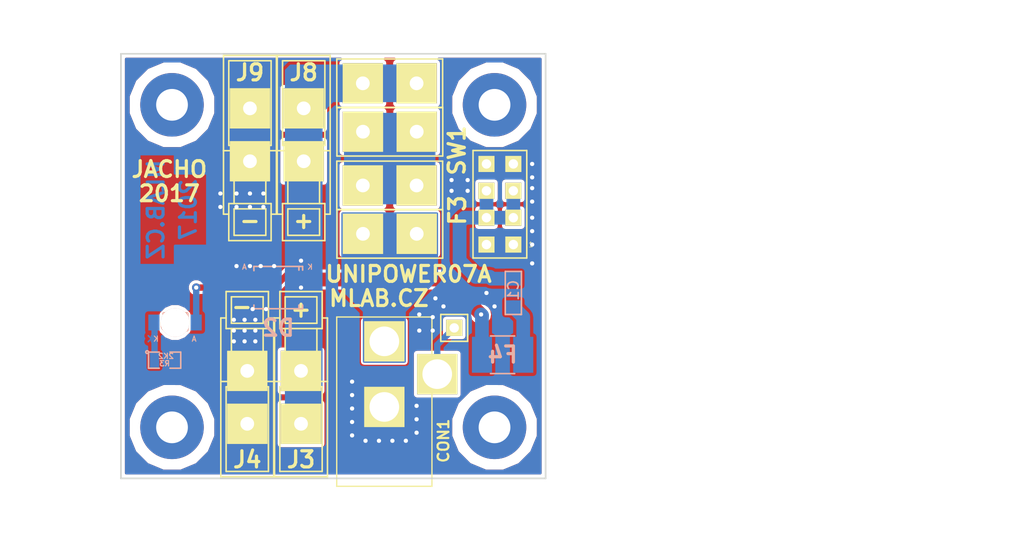
<source format=kicad_pcb>
(kicad_pcb (version 20170123) (host pcbnew "(2017-02-05 revision 431abcf)-makepkg")

  (general
    (links 31)
    (no_connects 0)
    (area 0.178999 -40.461001 40.461001 -0.178999)
    (thickness 1.6)
    (drawings 14)
    (tracks 161)
    (zones 0)
    (modules 18)
    (nets 9)
  )

  (page A4)
  (layers
    (0 F.Cu signal)
    (31 B.Cu signal)
    (32 B.Adhes user)
    (33 F.Adhes user)
    (34 B.Paste user)
    (35 F.Paste user)
    (36 B.SilkS user)
    (37 F.SilkS user)
    (38 B.Mask user)
    (39 F.Mask user)
    (40 Dwgs.User user)
    (41 Cmts.User user)
    (42 Eco1.User user)
    (43 Eco2.User user)
    (44 Edge.Cuts user)
    (45 Margin user)
    (46 B.CrtYd user)
    (47 F.CrtYd user)
    (48 B.Fab user)
    (49 F.Fab user)
  )

  (setup
    (last_trace_width 0.3)
    (user_trace_width 0.6)
    (user_trace_width 0.7)
    (user_trace_width 0.9)
    (user_trace_width 1.3)
    (user_trace_width 3)
    (user_trace_width 6)
    (trace_clearance 0.2)
    (zone_clearance 0.3)
    (zone_45_only yes)
    (trace_min 0.2)
    (segment_width 0.2)
    (edge_width 0.15)
    (via_size 0.8)
    (via_drill 0.4)
    (via_min_size 0.4)
    (via_min_drill 0.3)
    (uvia_size 0.3)
    (uvia_drill 0.127)
    (uvias_allowed no)
    (uvia_min_size 0.2)
    (uvia_min_drill 0.1)
    (pcb_text_width 0.3)
    (pcb_text_size 1.5 1.5)
    (mod_edge_width 0.15)
    (mod_text_size 1 1)
    (mod_text_width 0.15)
    (pad_size 1.524 1.524)
    (pad_drill 0.762)
    (pad_to_mask_clearance 0.2)
    (solder_mask_min_width 0.2)
    (aux_axis_origin 0 0)
    (visible_elements 7FFFFF7F)
    (pcbplotparams
      (layerselection 0x010e0_ffffffff)
      (usegerberextensions false)
      (excludeedgelayer true)
      (linewidth 0.300000)
      (plotframeref false)
      (viasonmask false)
      (mode 1)
      (useauxorigin false)
      (hpglpennumber 1)
      (hpglpenspeed 20)
      (hpglpendiameter 15)
      (psnegative false)
      (psa4output false)
      (plotreference true)
      (plotvalue true)
      (plotinvisibletext false)
      (padsonsilk false)
      (subtractmaskfromsilk false)
      (outputformat 1)
      (mirror false)
      (drillshape 0)
      (scaleselection 1)
      (outputdirectory ../CAM_PROFI/))
  )

  (net 0 "")
  (net 1 GND)
  (net 2 "Net-(CON1-Pad3)")
  (net 3 "Net-(D2-Pad1)")
  (net 4 "Net-(CON1-Pad1)")
  (net 5 "Net-(C1-Pad1)")
  (net 6 "Net-(C1-Pad3)")
  (net 7 "Net-(D6-Pad1)")
  (net 8 "Net-(F3-Pad1)")

  (net_class Default "Toto je výchozí třída sítě."
    (clearance 0.2)
    (trace_width 0.3)
    (via_dia 0.8)
    (via_drill 0.4)
    (uvia_dia 0.3)
    (uvia_drill 0.127)
    (add_net "Net-(C1-Pad1)")
    (add_net "Net-(C1-Pad3)")
    (add_net "Net-(CON1-Pad1)")
    (add_net "Net-(CON1-Pad3)")
    (add_net "Net-(D2-Pad1)")
    (add_net "Net-(D6-Pad1)")
    (add_net "Net-(F3-Pad1)")
  )

  (net_class gnd ""
    (clearance 0.2)
    (trace_width 0.2)
    (via_dia 0.8)
    (via_drill 0.4)
    (uvia_dia 0.3)
    (uvia_drill 0.127)
    (add_net GND)
  )

  (module Mlab_Mechanical:MountingHole_3mm placed (layer F.Cu) (tedit 58806C2B) (tstamp 587F2DD9)
    (at 35.56 -35.56 90)
    (descr "Mounting hole, Befestigungsbohrung, 3mm, No Annular, Kein Restring,")
    (tags "Mounting hole, Befestigungsbohrung, 3mm, No Annular, Kein Restring,")
    (path /587F245C)
    (fp_text reference P1 (at 0 -4.191 90) (layer F.SilkS) hide
      (effects (font (thickness 0.3048)))
    )
    (fp_text value _ (at 0 4.191 90) (layer F.SilkS) hide
      (effects (font (thickness 0.3048)))
    )
    (fp_circle (center 0 0) (end 2.99974 0) (layer Cmts.User) (width 0.381))
    (pad 1 thru_hole circle (at 0 0 90) (size 6 6) (drill 3) (layers *.Cu *.Adhes *.Mask)
      (clearance 1) (zone_connect 2))
  )

  (module Mlab_Mechanical:MountingHole_3mm placed (layer F.Cu) (tedit 58806C2B) (tstamp 587F2DDE)
    (at 35.56 -5.08)
    (descr "Mounting hole, Befestigungsbohrung, 3mm, No Annular, Kein Restring,")
    (tags "Mounting hole, Befestigungsbohrung, 3mm, No Annular, Kein Restring,")
    (path /587F2725)
    (fp_text reference P2 (at 0 -4.191) (layer F.SilkS) hide
      (effects (font (thickness 0.3048)))
    )
    (fp_text value _ (at 0 4.191) (layer F.SilkS) hide
      (effects (font (thickness 0.3048)))
    )
    (fp_circle (center 0 0) (end 2.99974 0) (layer Cmts.User) (width 0.381))
    (pad 1 thru_hole circle (at 0 0) (size 6 6) (drill 3) (layers *.Cu *.Adhes *.Mask)
      (clearance 1) (zone_connect 2))
  )

  (module Mlab_Mechanical:MountingHole_3mm placed (layer F.Cu) (tedit 58806C2B) (tstamp 587F2DE3)
    (at 5.08 -35.56)
    (descr "Mounting hole, Befestigungsbohrung, 3mm, No Annular, Kein Restring,")
    (tags "Mounting hole, Befestigungsbohrung, 3mm, No Annular, Kein Restring,")
    (path /587F26AA)
    (fp_text reference P3 (at 0 -4.191) (layer F.SilkS) hide
      (effects (font (thickness 0.3048)))
    )
    (fp_text value _ (at 0 4.191) (layer F.SilkS) hide
      (effects (font (thickness 0.3048)))
    )
    (fp_circle (center 0 0) (end 2.99974 0) (layer Cmts.User) (width 0.381))
    (pad 1 thru_hole circle (at 0 0) (size 6 6) (drill 3) (layers *.Cu *.Adhes *.Mask)
      (clearance 1) (zone_connect 2))
  )

  (module Mlab_Mechanical:MountingHole_3mm placed (layer F.Cu) (tedit 58806C2B) (tstamp 587F2DE8)
    (at 5.08 -5.08)
    (descr "Mounting hole, Befestigungsbohrung, 3mm, No Annular, Kein Restring,")
    (tags "Mounting hole, Befestigungsbohrung, 3mm, No Annular, Kein Restring,")
    (path /587F27A7)
    (fp_text reference P4 (at 0 -4.191) (layer F.SilkS) hide
      (effects (font (thickness 0.3048)))
    )
    (fp_text value _ (at 0 4.191) (layer F.SilkS) hide
      (effects (font (thickness 0.3048)))
    )
    (fp_circle (center 0 0) (end 2.99974 0) (layer Cmts.User) (width 0.381))
    (pad 1 thru_hole circle (at 0 0) (size 6 6) (drill 3) (layers *.Cu *.Adhes *.Mask)
      (clearance 1) (zone_connect 2))
  )

  (module Mlab_L:FIR1 (layer B.Cu) (tedit 59267C43) (tstamp 59266FF4)
    (at 37.338 -17.78 90)
    (path /58D206F9)
    (fp_text reference C1 (at 0.254 0 90) (layer B.SilkS)
      (effects (font (size 1 1) (thickness 0.15)) (justify mirror))
    )
    (fp_text value NFM21PC105 (at 2.794 -1.905 90) (layer B.SilkS) hide
      (effects (font (size 1 1) (thickness 0.15)) (justify mirror))
    )
    (fp_line (start -2.032 0.762) (end 2.032 0.762) (layer B.SilkS) (width 0.15))
    (fp_line (start 2.032 0.762) (end 2.032 -0.762) (layer B.SilkS) (width 0.15))
    (fp_line (start 2.032 -0.762) (end -2.032 -0.762) (layer B.SilkS) (width 0.15))
    (fp_line (start -2.032 -0.762) (end -2.032 0.762) (layer B.SilkS) (width 0.15))
    (fp_line (start -2.032 0.762) (end -2.032 0.635) (layer B.SilkS) (width 0.15))
    (pad 1 smd rect (at -1.35 0 90) (size 1.3 1.5) (layers B.Cu B.Paste B.Mask)
      (net 5 "Net-(C1-Pad1)"))
    (pad 2 smd rect (at 0 0 90) (size 0.7 3) (layers B.Cu B.Paste B.Mask)
      (net 1 GND))
    (pad 3 smd rect (at 1.35 0 90) (size 1.3 1.5) (layers B.Cu B.Paste B.Mask)
      (net 6 "Net-(C1-Pad3)"))
    (model MLAB_3D/Resistors/chip_cms.wrl
      (at (xyz 0 0 0))
      (scale (xyz 0.13 0.13 0.13))
      (rotate (xyz 0 0 0))
    )
  )

  (module Mlab_CON:DC2,1MM placed (layer F.Cu) (tedit 59267E56) (tstamp 59266FFB)
    (at 25.146 -9.398 270)
    (tags "DC2,1MM nap. konektor")
    (path /56BDACD7)
    (fp_text reference CON1 (at 5.588 -5.588 270) (layer F.SilkS)
      (effects (font (size 1.016 1.016) (thickness 0.2032)))
    )
    (fp_text value JACK_DC2.1 (at 2.2225 3.5433 270) (layer F.SilkS) hide
      (effects (font (size 1.016 1.016) (thickness 0.2032)))
    )
    (fp_line (start 9.89 -4.5) (end -6.11 -4.5) (layer F.SilkS) (width 0.127))
    (fp_line (start 9.89 4.5) (end 9.89 -4.5) (layer F.SilkS) (width 0.127))
    (fp_line (start -6.11 4.5) (end 9.89 4.5) (layer F.SilkS) (width 0.127))
    (fp_line (start -6.11 -4.5) (end -6.11 4.5) (layer F.SilkS) (width 0.127))
    (pad 2 thru_hole rect (at 2.39 0 270) (size 3.81 3.81) (drill 2.8) (layers *.Cu *.Mask F.SilkS)
      (net 1 GND))
    (pad 1 thru_hole rect (at -3.81 0 270) (size 3.81 3.81) (drill 2.8) (layers *.Cu *.Mask F.SilkS)
      (net 4 "Net-(CON1-Pad1)"))
    (pad 3 thru_hole rect (at -0.71 -5 270) (size 3.81 3.81) (drill 2.8) (layers *.Cu *.Mask F.SilkS)
      (net 2 "Net-(CON1-Pad3)"))
  )

  (module Mlab_D:SMB_Standard (layer B.Cu) (tedit 57E4C38F) (tstamp 59267007)
    (at 15.12316 -18.288)
    (descr "Diode SMB Standard")
    (tags "Diode SMB Standard")
    (path /58D23672)
    (attr smd)
    (fp_text reference D2 (at 0 3.81) (layer B.SilkS)
      (effects (font (thickness 0.3048)) (justify mirror))
    )
    (fp_text value SMBJ15A-E3/52 (at 0 -3.81) (layer B.SilkS) hide
      (effects (font (thickness 0.3048)) (justify mirror))
    )
    (fp_text user A (at -3.2004 -1.95072) (layer B.SilkS)
      (effects (font (size 0.50038 0.50038) (thickness 0.09906)) (justify mirror))
    )
    (fp_text user K (at 2.99974 -1.95072) (layer B.SilkS)
      (effects (font (size 0.50038 0.50038) (thickness 0.09906)) (justify mirror))
    )
    (fp_line (start -2.30124 -1.75006) (end -2.30124 -1.6002) (layer B.SilkS) (width 0.15))
    (fp_line (start 1.95072 -1.75006) (end 1.95072 -1.651) (layer B.SilkS) (width 0.15))
    (fp_line (start 2.30124 -1.75006) (end 2.30124 -1.651) (layer B.SilkS) (width 0.15))
    (fp_line (start -2.30124 1.75006) (end -2.30124 1.651) (layer B.SilkS) (width 0.15))
    (fp_line (start 1.95072 1.75006) (end 1.95072 1.651) (layer B.SilkS) (width 0.15))
    (fp_line (start 2.30124 1.75006) (end 2.30124 1.651) (layer B.SilkS) (width 0.15))
    (fp_circle (center 0 0) (end 0.44958 -0.09906) (layer B.Adhes) (width 0.381))
    (fp_circle (center 0 0) (end 0.20066 -0.09906) (layer B.Adhes) (width 0.381))
    (fp_line (start 1.95072 -1.99898) (end 1.95072 -1.80086) (layer B.SilkS) (width 0.15))
    (fp_line (start 1.95072 1.99898) (end 1.95072 1.80086) (layer B.SilkS) (width 0.15))
    (fp_line (start 2.29616 -1.99644) (end 2.29616 -1.79832) (layer B.SilkS) (width 0.15))
    (fp_line (start -2.30632 -1.99644) (end 2.29616 -1.99644) (layer B.SilkS) (width 0.15))
    (fp_line (start -2.30632 -1.99644) (end -2.30632 -1.79832) (layer B.SilkS) (width 0.15))
    (fp_line (start -2.30124 1.99898) (end -2.30124 1.80086) (layer B.SilkS) (width 0.15))
    (fp_line (start -2.30124 1.99898) (end 2.30124 1.99898) (layer B.SilkS) (width 0.15))
    (fp_line (start 2.30124 1.99898) (end 2.30124 1.80086) (layer B.SilkS) (width 0.15))
    (pad 1 smd rect (at 2.14884 0) (size 2.49936 2.30124) (layers B.Cu B.Paste B.Mask)
      (net 3 "Net-(D2-Pad1)"))
    (pad 2 smd rect (at -2.14884 0) (size 2.49936 2.30124) (layers B.Cu B.Paste B.Mask)
      (net 1 GND))
    (model MLAB_3D/Diodes/SMB.wrl
      (at (xyz 0 0 0))
      (scale (xyz 0.3937 0.3937 0.3937))
      (rotate (xyz 0 0 0))
    )
  )

  (module Mlab_D:LED_1206 (layer B.Cu) (tedit 56BDB304) (tstamp 59267014)
    (at 5.366 -14.986 180)
    (descr "Diode Mini-MELF Standard")
    (tags "Diode Mini-MELF Standard")
    (path /58D29E7F)
    (attr smd)
    (fp_text reference D6 (at 0 0 180) (layer B.SilkS)
      (effects (font (thickness 0.3048)) (justify mirror))
    )
    (fp_text value RED (at 0 -3.81 180) (layer B.SilkS) hide
      (effects (font (thickness 0.3048)) (justify mirror))
    )
    (fp_line (start 2.21488 -1.50622) (end 2.53492 -1.81102) (layer B.Cu) (width 0.15))
    (fp_line (start 2.25298 -1.52146) (end 2.5273 -1.24968) (layer B.Cu) (width 0.15))
    (fp_line (start 2.2225 -1.24968) (end 2.21742 -1.81864) (layer B.Cu) (width 0.15))
    (fp_text user A (at -1.80086 -1.5494 180) (layer B.SilkS)
      (effects (font (size 0.50038 0.50038) (thickness 0.09906)) (justify mirror))
    )
    (fp_text user K (at 1.80086 -1.5494 180) (layer B.SilkS)
      (effects (font (size 0.50038 0.50038) (thickness 0.09906)) (justify mirror))
    )
    (pad 2 smd rect (at -2 0 180) (size 1.05 1.5) (layers B.Cu B.Paste B.Mask)
      (net 3 "Net-(D2-Pad1)"))
    (pad 1 smd rect (at 2 0 180) (size 1.05 1.5) (layers B.Cu B.Paste B.Mask)
      (net 7 "Net-(D6-Pad1)"))
    (pad "" np_thru_hole circle (at 0 0 180) (size 2.7 2.7) (drill 2.7) (layers *.Cu *.Mask B.SilkS))
    (model MLAB_3D/Diodes/MiniMELF_DO213AA.wrl
      (at (xyz 0 0 0))
      (scale (xyz 0.3937 0.3937 0.3937))
      (rotate (xyz 0 0 0))
    )
  )

  (module Mlab_F:2xFaston (layer F.Cu) (tedit 59266D98) (tstamp 59267024)
    (at 25.654 -27.94 180)
    (descr "RM 5.08mm -fastony")
    (tags "RM 5.08mm - fastony")
    (path /58D15B83)
    (fp_text reference F3 (at -6.4008 -2.3495 270) (layer F.SilkS)
      (effects (font (thickness 0.3048)))
    )
    (fp_text value 10A (at 0.254 4.064 180) (layer F.SilkS) hide
      (effects (font (thickness 0.3048)))
    )
    (fp_line (start -5 2.3) (end -5 -2.3) (layer F.SilkS) (width 0.15))
    (fp_line (start 5 2.3) (end -5 2.3) (layer F.SilkS) (width 0.15))
    (fp_line (start 5 -2.3) (end 5 2.3) (layer F.SilkS) (width 0.15))
    (fp_line (start -5 -2.3) (end 5 -2.3) (layer F.SilkS) (width 0.15))
    (fp_line (start -5.0127 -6.872) (end 4.9873 -6.872) (layer F.SilkS) (width 0.15))
    (fp_line (start 4.9873 -6.872) (end 4.9873 -2.272) (layer F.SilkS) (width 0.15))
    (fp_line (start 4.9873 -2.272) (end -5.0127 -2.272) (layer F.SilkS) (width 0.15))
    (fp_line (start -5.0127 -2.272) (end -5.0127 -6.872) (layer F.SilkS) (width 0.15))
    (pad 1 thru_hole rect (at -2.54 0 270) (size 3.81 3.81) (drill 1.3) (layers *.Cu *.Mask F.SilkS)
      (net 8 "Net-(F3-Pad1)"))
    (pad 1 thru_hole rect (at 2.54 0 270) (size 3.81 3.81) (drill 1.3) (layers *.Cu *.Mask F.SilkS)
      (net 8 "Net-(F3-Pad1)"))
    (pad 2 thru_hole rect (at 2.5273 -4.572 270) (size 3.81 3.81) (drill 1.3) (layers *.Cu *.Mask F.SilkS)
      (net 4 "Net-(CON1-Pad1)"))
    (pad 2 thru_hole rect (at -2.5527 -4.572 270) (size 3.81 3.81) (drill 1.3) (layers *.Cu *.Mask F.SilkS)
      (net 4 "Net-(CON1-Pad1)"))
  )

  (module Mlab_F:1812 (layer B.Cu) (tedit 59267C46) (tstamp 5926702A)
    (at 36.322 -11.938 180)
    (descr "Diode Mini-MELF Standard")
    (tags "Diode Mini-MELF Standard")
    (path /58D2DFD6)
    (attr smd)
    (fp_text reference F4 (at 0 0 180) (layer B.SilkS)
      (effects (font (thickness 0.3048)) (justify mirror))
    )
    (fp_text value 1.1A (at 0 -3.81 180) (layer B.SilkS) hide
      (effects (font (thickness 0.3048)) (justify mirror))
    )
    (fp_line (start -1.143 -1.778) (end 1.143 -1.778) (layer B.SilkS) (width 0.15))
    (fp_line (start -1.143 1.778) (end 1.143 1.778) (layer B.SilkS) (width 0.15))
    (pad 1 smd rect (at -1.95 0 180) (size 1.9 3.4) (layers B.Cu B.Paste B.Mask)
      (net 5 "Net-(C1-Pad1)"))
    (pad 2 smd rect (at 1.95 0 180) (size 1.9 3.4) (layers B.Cu B.Paste B.Mask)
      (net 3 "Net-(D2-Pad1)"))
    (model MLAB_3D/Diodes/MiniMELF_DO213AA.wrl
      (at (xyz 0 0 0))
      (scale (xyz 0.3937 0.3937 0.3937))
      (rotate (xyz 0 0 0))
    )
  )

  (module Mlab_CON:WAGO256 (layer F.Cu) (tedit 564C6037) (tstamp 5926703C)
    (at 17.272 -7.874 90)
    (descr "WAGO-Series 236, 2Stift, 1pol, RM 5mm,")
    (tags "WAGO-Series 236, 2Stift, 1pol, RM 5mm, Anreibare Leiterplattenklemme")
    (path /58D2365D)
    (fp_text reference J3 (at -5.842 0 180) (layer F.SilkS)
      (effects (font (thickness 0.3048)))
    )
    (fp_text value CONN1_1 (at 0.254 4.064 90) (layer F.SilkS) hide
      (effects (font (thickness 0.3048)))
    )
    (fp_line (start -7.46 -2.5) (end 1.54 -2.5) (layer F.SilkS) (width 0.15))
    (fp_line (start 1.54 2.5) (end -7.46 2.5) (layer F.SilkS) (width 0.15))
    (fp_line (start 1.54 -2.5) (end 7.54 -2.5) (layer F.SilkS) (width 0.15))
    (fp_line (start -6.9601 -2) (end 1.0399 -2) (layer F.SilkS) (width 0.15))
    (fp_line (start 3.54 -1.5) (end 6.54 -1.5) (layer F.SilkS) (width 0.15))
    (fp_line (start 1.54 2.5) (end 7.54 2.5) (layer F.SilkS) (width 0.15))
    (fp_line (start -6.9601 2) (end 1.0399 2) (layer F.SilkS) (width 0.15))
    (fp_line (start 3.54 1.5) (end 6.54 1.5) (layer F.SilkS) (width 0.15))
    (fp_line (start 6.54 -2) (end 10.041 -2) (layer F.SilkS) (width 0.15))
    (fp_line (start 7.0401 -1.5) (end 9.54 -1.5) (layer F.SilkS) (width 0.15))
    (fp_line (start 1.0399 -1) (end 1.54 -1) (layer F.SilkS) (width 0.15))
    (fp_line (start 6.54 2) (end 10.0401 2) (layer F.SilkS) (width 0.15))
    (fp_line (start 7.0401 1.5) (end 9.54 1.5) (layer F.SilkS) (width 0.15))
    (fp_line (start 1.0399 1) (end 1.54 1) (layer F.SilkS) (width 0.15))
    (fp_line (start -6.9601 2) (end -6.9601 -2) (layer F.SilkS) (width 0.15))
    (fp_line (start 1.0399 -2) (end 1.0399 2) (layer F.SilkS) (width 0.15))
    (fp_line (start 3.54 1.5001) (end 3.54 -1.5001) (layer F.SilkS) (width 0.15))
    (fp_line (start 6.54 -2) (end 6.54 2) (layer F.SilkS) (width 0.15))
    (fp_line (start 10.0401 -2) (end 10.0401 2) (layer F.SilkS) (width 0.15))
    (fp_line (start 7.0401 1.501) (end 7.0401 -1.501) (layer F.SilkS) (width 0.15))
    (fp_line (start 9.54 1.501) (end 9.54 -1.501) (layer F.SilkS) (width 0.15))
    (fp_line (start -7.46 2.5001) (end -7.46 -2.5001) (layer F.SilkS) (width 0.15))
    (fp_line (start 1.54 2.5001) (end 1.54 -2.5001) (layer F.SilkS) (width 0.15))
    (fp_line (start 7.54 -2) (end 7.54 -2.5) (layer F.SilkS) (width 0.15))
    (fp_line (start 7.54 2.5) (end 7.54 2) (layer F.SilkS) (width 0.15))
    (pad 1 thru_hole rect (at 2.54 0 180) (size 3.81 3.81) (drill 1.3) (layers *.Cu *.Mask F.SilkS)
      (net 3 "Net-(D2-Pad1)"))
    (pad 1 thru_hole rect (at -2.46 0 180) (size 3.81 3.81) (drill 1.3) (layers *.Cu *.Mask F.SilkS)
      (net 3 "Net-(D2-Pad1)"))
  )

  (module Mlab_CON:WAGO256 (layer F.Cu) (tedit 564C6037) (tstamp 59267042)
    (at 12.192 -7.874 90)
    (descr "WAGO-Series 236, 2Stift, 1pol, RM 5mm,")
    (tags "WAGO-Series 236, 2Stift, 1pol, RM 5mm, Anreibare Leiterplattenklemme")
    (path /58D23663)
    (fp_text reference J4 (at -5.842 0 180) (layer F.SilkS)
      (effects (font (thickness 0.3048)))
    )
    (fp_text value CONN1_1 (at 0.254 4.064 90) (layer F.SilkS) hide
      (effects (font (thickness 0.3048)))
    )
    (fp_line (start 7.54 2.5) (end 7.54 2) (layer F.SilkS) (width 0.15))
    (fp_line (start 7.54 -2) (end 7.54 -2.5) (layer F.SilkS) (width 0.15))
    (fp_line (start 1.54 2.5001) (end 1.54 -2.5001) (layer F.SilkS) (width 0.15))
    (fp_line (start -7.46 2.5001) (end -7.46 -2.5001) (layer F.SilkS) (width 0.15))
    (fp_line (start 9.54 1.501) (end 9.54 -1.501) (layer F.SilkS) (width 0.15))
    (fp_line (start 7.0401 1.501) (end 7.0401 -1.501) (layer F.SilkS) (width 0.15))
    (fp_line (start 10.0401 -2) (end 10.0401 2) (layer F.SilkS) (width 0.15))
    (fp_line (start 6.54 -2) (end 6.54 2) (layer F.SilkS) (width 0.15))
    (fp_line (start 3.54 1.5001) (end 3.54 -1.5001) (layer F.SilkS) (width 0.15))
    (fp_line (start 1.0399 -2) (end 1.0399 2) (layer F.SilkS) (width 0.15))
    (fp_line (start -6.9601 2) (end -6.9601 -2) (layer F.SilkS) (width 0.15))
    (fp_line (start 1.0399 1) (end 1.54 1) (layer F.SilkS) (width 0.15))
    (fp_line (start 7.0401 1.5) (end 9.54 1.5) (layer F.SilkS) (width 0.15))
    (fp_line (start 6.54 2) (end 10.0401 2) (layer F.SilkS) (width 0.15))
    (fp_line (start 1.0399 -1) (end 1.54 -1) (layer F.SilkS) (width 0.15))
    (fp_line (start 7.0401 -1.5) (end 9.54 -1.5) (layer F.SilkS) (width 0.15))
    (fp_line (start 6.54 -2) (end 10.041 -2) (layer F.SilkS) (width 0.15))
    (fp_line (start 3.54 1.5) (end 6.54 1.5) (layer F.SilkS) (width 0.15))
    (fp_line (start -6.9601 2) (end 1.0399 2) (layer F.SilkS) (width 0.15))
    (fp_line (start 1.54 2.5) (end 7.54 2.5) (layer F.SilkS) (width 0.15))
    (fp_line (start 3.54 -1.5) (end 6.54 -1.5) (layer F.SilkS) (width 0.15))
    (fp_line (start -6.9601 -2) (end 1.0399 -2) (layer F.SilkS) (width 0.15))
    (fp_line (start 1.54 -2.5) (end 7.54 -2.5) (layer F.SilkS) (width 0.15))
    (fp_line (start 1.54 2.5) (end -7.46 2.5) (layer F.SilkS) (width 0.15))
    (fp_line (start -7.46 -2.5) (end 1.54 -2.5) (layer F.SilkS) (width 0.15))
    (pad 1 thru_hole rect (at -2.46 0 180) (size 3.81 3.81) (drill 1.3) (layers *.Cu *.Mask F.SilkS)
      (net 1 GND))
    (pad 1 thru_hole rect (at 2.54 0 180) (size 3.81 3.81) (drill 1.3) (layers *.Cu *.Mask F.SilkS)
      (net 1 GND))
  )

  (module Mlab_Pin_Headers:Straight_1x01 (layer F.Cu) (tedit 56EBDE01) (tstamp 59267047)
    (at 31.75 -14.478)
    (descr "pin header straight 1x01")
    (tags "pin header straight 1x01")
    (path /56BECABC)
    (fp_text reference J7 (at 0 -2.54) (layer F.SilkS) hide
      (effects (font (size 1.5 1.5) (thickness 0.15)))
    )
    (fp_text value CONN1_1 (at 0 2.54) (layer F.SilkS) hide
      (effects (font (size 1.5 1.5) (thickness 0.15)))
    )
    (fp_text user 1 (at -1.651 0) (layer F.SilkS) hide
      (effects (font (size 0.5 0.5) (thickness 0.05)))
    )
    (fp_line (start -1.27 -1.27) (end 1.27 -1.27) (layer F.SilkS) (width 0.15))
    (fp_line (start 1.27 -1.27) (end 1.27 1.27) (layer F.SilkS) (width 0.15))
    (fp_line (start 1.27 1.27) (end -1.27 1.27) (layer F.SilkS) (width 0.15))
    (fp_line (start -1.27 1.27) (end -1.27 -1.27) (layer F.SilkS) (width 0.15))
    (pad 1 thru_hole rect (at 0 0) (size 1.524 1.524) (drill 0.889) (layers *.Cu *.Mask F.SilkS)
      (net 2 "Net-(CON1-Pad3)"))
    (model Pin_Headers/Pin_Header_Straight_1x01.wrl
      (at (xyz 0 0 0))
      (scale (xyz 1 1 1))
      (rotate (xyz 0 0 90))
    )
  )

  (module Mlab_CON:WAGO256 (layer F.Cu) (tedit 564C6037) (tstamp 5926704D)
    (at 17.526 -32.766 270)
    (descr "WAGO-Series 236, 2Stift, 1pol, RM 5mm,")
    (tags "WAGO-Series 236, 2Stift, 1pol, RM 5mm, Anreibare Leiterplattenklemme")
    (path /58D14565)
    (fp_text reference J8 (at -5.842 0) (layer F.SilkS)
      (effects (font (thickness 0.3048)))
    )
    (fp_text value CONN1_1 (at 0.254 4.064 270) (layer F.SilkS) hide
      (effects (font (thickness 0.3048)))
    )
    (fp_line (start 7.54 2.5) (end 7.54 2) (layer F.SilkS) (width 0.15))
    (fp_line (start 7.54 -2) (end 7.54 -2.5) (layer F.SilkS) (width 0.15))
    (fp_line (start 1.54 2.5001) (end 1.54 -2.5001) (layer F.SilkS) (width 0.15))
    (fp_line (start -7.46 2.5001) (end -7.46 -2.5001) (layer F.SilkS) (width 0.15))
    (fp_line (start 9.54 1.501) (end 9.54 -1.501) (layer F.SilkS) (width 0.15))
    (fp_line (start 7.0401 1.501) (end 7.0401 -1.501) (layer F.SilkS) (width 0.15))
    (fp_line (start 10.0401 -2) (end 10.0401 2) (layer F.SilkS) (width 0.15))
    (fp_line (start 6.54 -2) (end 6.54 2) (layer F.SilkS) (width 0.15))
    (fp_line (start 3.54 1.5001) (end 3.54 -1.5001) (layer F.SilkS) (width 0.15))
    (fp_line (start 1.0399 -2) (end 1.0399 2) (layer F.SilkS) (width 0.15))
    (fp_line (start -6.9601 2) (end -6.9601 -2) (layer F.SilkS) (width 0.15))
    (fp_line (start 1.0399 1) (end 1.54 1) (layer F.SilkS) (width 0.15))
    (fp_line (start 7.0401 1.5) (end 9.54 1.5) (layer F.SilkS) (width 0.15))
    (fp_line (start 6.54 2) (end 10.0401 2) (layer F.SilkS) (width 0.15))
    (fp_line (start 1.0399 -1) (end 1.54 -1) (layer F.SilkS) (width 0.15))
    (fp_line (start 7.0401 -1.5) (end 9.54 -1.5) (layer F.SilkS) (width 0.15))
    (fp_line (start 6.54 -2) (end 10.041 -2) (layer F.SilkS) (width 0.15))
    (fp_line (start 3.54 1.5) (end 6.54 1.5) (layer F.SilkS) (width 0.15))
    (fp_line (start -6.9601 2) (end 1.0399 2) (layer F.SilkS) (width 0.15))
    (fp_line (start 1.54 2.5) (end 7.54 2.5) (layer F.SilkS) (width 0.15))
    (fp_line (start 3.54 -1.5) (end 6.54 -1.5) (layer F.SilkS) (width 0.15))
    (fp_line (start -6.9601 -2) (end 1.0399 -2) (layer F.SilkS) (width 0.15))
    (fp_line (start 1.54 -2.5) (end 7.54 -2.5) (layer F.SilkS) (width 0.15))
    (fp_line (start 1.54 2.5) (end -7.46 2.5) (layer F.SilkS) (width 0.15))
    (fp_line (start -7.46 -2.5) (end 1.54 -2.5) (layer F.SilkS) (width 0.15))
    (pad 1 thru_hole rect (at -2.46 0) (size 3.81 3.81) (drill 1.3) (layers *.Cu *.Mask F.SilkS)
      (net 3 "Net-(D2-Pad1)"))
    (pad 1 thru_hole rect (at 2.54 0) (size 3.81 3.81) (drill 1.3) (layers *.Cu *.Mask F.SilkS)
      (net 3 "Net-(D2-Pad1)"))
  )

  (module Mlab_CON:WAGO256 (layer F.Cu) (tedit 564C6037) (tstamp 59267053)
    (at 12.446 -32.766 270)
    (descr "WAGO-Series 236, 2Stift, 1pol, RM 5mm,")
    (tags "WAGO-Series 236, 2Stift, 1pol, RM 5mm, Anreibare Leiterplattenklemme")
    (path /58D1456B)
    (fp_text reference J9 (at -5.842 0) (layer F.SilkS)
      (effects (font (thickness 0.3048)))
    )
    (fp_text value CONN1_1 (at 0.254 4.064 270) (layer F.SilkS) hide
      (effects (font (thickness 0.3048)))
    )
    (fp_line (start -7.46 -2.5) (end 1.54 -2.5) (layer F.SilkS) (width 0.15))
    (fp_line (start 1.54 2.5) (end -7.46 2.5) (layer F.SilkS) (width 0.15))
    (fp_line (start 1.54 -2.5) (end 7.54 -2.5) (layer F.SilkS) (width 0.15))
    (fp_line (start -6.9601 -2) (end 1.0399 -2) (layer F.SilkS) (width 0.15))
    (fp_line (start 3.54 -1.5) (end 6.54 -1.5) (layer F.SilkS) (width 0.15))
    (fp_line (start 1.54 2.5) (end 7.54 2.5) (layer F.SilkS) (width 0.15))
    (fp_line (start -6.9601 2) (end 1.0399 2) (layer F.SilkS) (width 0.15))
    (fp_line (start 3.54 1.5) (end 6.54 1.5) (layer F.SilkS) (width 0.15))
    (fp_line (start 6.54 -2) (end 10.041 -2) (layer F.SilkS) (width 0.15))
    (fp_line (start 7.0401 -1.5) (end 9.54 -1.5) (layer F.SilkS) (width 0.15))
    (fp_line (start 1.0399 -1) (end 1.54 -1) (layer F.SilkS) (width 0.15))
    (fp_line (start 6.54 2) (end 10.0401 2) (layer F.SilkS) (width 0.15))
    (fp_line (start 7.0401 1.5) (end 9.54 1.5) (layer F.SilkS) (width 0.15))
    (fp_line (start 1.0399 1) (end 1.54 1) (layer F.SilkS) (width 0.15))
    (fp_line (start -6.9601 2) (end -6.9601 -2) (layer F.SilkS) (width 0.15))
    (fp_line (start 1.0399 -2) (end 1.0399 2) (layer F.SilkS) (width 0.15))
    (fp_line (start 3.54 1.5001) (end 3.54 -1.5001) (layer F.SilkS) (width 0.15))
    (fp_line (start 6.54 -2) (end 6.54 2) (layer F.SilkS) (width 0.15))
    (fp_line (start 10.0401 -2) (end 10.0401 2) (layer F.SilkS) (width 0.15))
    (fp_line (start 7.0401 1.501) (end 7.0401 -1.501) (layer F.SilkS) (width 0.15))
    (fp_line (start 9.54 1.501) (end 9.54 -1.501) (layer F.SilkS) (width 0.15))
    (fp_line (start -7.46 2.5001) (end -7.46 -2.5001) (layer F.SilkS) (width 0.15))
    (fp_line (start 1.54 2.5001) (end 1.54 -2.5001) (layer F.SilkS) (width 0.15))
    (fp_line (start 7.54 -2) (end 7.54 -2.5) (layer F.SilkS) (width 0.15))
    (fp_line (start 7.54 2.5) (end 7.54 2) (layer F.SilkS) (width 0.15))
    (pad 1 thru_hole rect (at 2.54 0) (size 3.81 3.81) (drill 1.3) (layers *.Cu *.Mask F.SilkS)
      (net 1 GND))
    (pad 1 thru_hole rect (at -2.46 0) (size 3.81 3.81) (drill 1.3) (layers *.Cu *.Mask F.SilkS)
      (net 1 GND))
  )

  (module Mlab_Pin_Headers:Straight_2x04 (layer F.Cu) (tedit 5535DB57) (tstamp 5926706B)
    (at 36.068 -26.162 180)
    (descr "pin header straight 2x04")
    (tags "pin header straight 2x04")
    (path /5881B110)
    (fp_text reference J12 (at 0 -6.35 180) (layer F.SilkS) hide
      (effects (font (size 1.5 1.5) (thickness 0.15)))
    )
    (fp_text value JUMP_4X2 (at 0 6.35 180) (layer F.SilkS) hide
      (effects (font (size 1.5 1.5) (thickness 0.15)))
    )
    (fp_line (start -2.54 5.08) (end -2.54 -5.08) (layer F.SilkS) (width 0.15))
    (fp_line (start 2.54 5.08) (end -2.54 5.08) (layer F.SilkS) (width 0.15))
    (fp_line (start 2.54 -5.08) (end 2.54 5.08) (layer F.SilkS) (width 0.15))
    (fp_line (start -2.54 -5.08) (end 2.54 -5.08) (layer F.SilkS) (width 0.15))
    (fp_text user 1 (at -2.921 -3.81 180) (layer F.SilkS)
      (effects (font (size 0.5 0.5) (thickness 0.05)))
    )
    (pad 8 thru_hole rect (at 1.27 3.81 180) (size 1.524 1.524) (drill 0.889) (layers *.Cu *.Mask F.SilkS)
      (net 1 GND))
    (pad 7 thru_hole rect (at -1.27 3.81 180) (size 1.524 1.524) (drill 0.889) (layers *.Cu *.Mask F.SilkS)
      (net 1 GND))
    (pad 6 thru_hole rect (at 1.27 1.27 180) (size 1.524 1.524) (drill 0.889) (layers *.Cu *.Mask F.SilkS)
      (net 6 "Net-(C1-Pad3)"))
    (pad 5 thru_hole rect (at -1.27 1.27 180) (size 1.524 1.524) (drill 0.889) (layers *.Cu *.Mask F.SilkS)
      (net 6 "Net-(C1-Pad3)"))
    (pad 4 thru_hole rect (at 1.27 -1.27 180) (size 1.524 1.524) (drill 0.889) (layers *.Cu *.Mask F.SilkS)
      (net 6 "Net-(C1-Pad3)"))
    (pad 3 thru_hole rect (at -1.27 -1.27 180) (size 1.524 1.524) (drill 0.889) (layers *.Cu *.Mask F.SilkS)
      (net 6 "Net-(C1-Pad3)"))
    (pad 2 thru_hole rect (at 1.27 -3.81 180) (size 1.524 1.524) (drill 0.889) (layers *.Cu *.Mask F.SilkS)
      (net 1 GND))
    (pad 1 thru_hole rect (at -1.27 -3.81 180) (size 1.524 1.524) (drill 0.889) (layers *.Cu *.Mask F.SilkS)
      (net 1 GND))
    (model Pin_Headers/Pin_Header_Straight_2x04.wrl
      (at (xyz 0 0 0))
      (scale (xyz 1 1 1))
      (rotate (xyz 0 0 90))
    )
  )

  (module Mlab_R:SMD-0805 (layer B.Cu) (tedit 54799E0C) (tstamp 5926707D)
    (at 4.3815 -11.43)
    (path /58D2B23C)
    (attr smd)
    (fp_text reference R3 (at 0 0.3175) (layer B.SilkS)
      (effects (font (size 0.50038 0.50038) (thickness 0.10922)) (justify mirror))
    )
    (fp_text value 2K2 (at 0.127 -0.381) (layer B.SilkS)
      (effects (font (size 0.50038 0.50038) (thickness 0.10922)) (justify mirror))
    )
    (fp_circle (center -1.651 -0.762) (end -1.651 -0.635) (layer B.SilkS) (width 0.15))
    (fp_line (start -0.508 -0.762) (end -1.524 -0.762) (layer B.SilkS) (width 0.15))
    (fp_line (start -1.524 -0.762) (end -1.524 0.762) (layer B.SilkS) (width 0.15))
    (fp_line (start -1.524 0.762) (end -0.508 0.762) (layer B.SilkS) (width 0.15))
    (fp_line (start 0.508 0.762) (end 1.524 0.762) (layer B.SilkS) (width 0.15))
    (fp_line (start 1.524 0.762) (end 1.524 -0.762) (layer B.SilkS) (width 0.15))
    (fp_line (start 1.524 -0.762) (end 0.508 -0.762) (layer B.SilkS) (width 0.15))
    (pad 1 smd rect (at -0.9525 0) (size 0.889 1.397) (layers B.Cu B.Paste B.Mask)
      (net 7 "Net-(D6-Pad1)"))
    (pad 2 smd rect (at 0.9525 0) (size 0.889 1.397) (layers B.Cu B.Paste B.Mask)
      (net 1 GND))
    (model MLAB_3D/Resistors/chip_cms.wrl
      (at (xyz 0 0 0))
      (scale (xyz 0.1 0.1 0.1))
      (rotate (xyz 0 0 0))
    )
  )

  (module Mlab_F:2xFaston (layer F.Cu) (tedit 59267760) (tstamp 5926708D)
    (at 25.654 -37.592 180)
    (descr "RM 5.08mm -fastony")
    (tags "RM 5.08mm - fastony")
    (path /58D1BD7C)
    (fp_text reference SW1 (at -6.35 -6.35 270) (layer F.SilkS)
      (effects (font (thickness 0.3048)))
    )
    (fp_text value Prepinac (at 0.254 4.064 180) (layer F.SilkS) hide
      (effects (font (thickness 0.3048)))
    )
    (fp_line (start -5.0127 -2.272) (end -5.0127 -6.872) (layer F.SilkS) (width 0.15))
    (fp_line (start 4.9873 -2.272) (end -5.0127 -2.272) (layer F.SilkS) (width 0.15))
    (fp_line (start 4.9873 -6.872) (end 4.9873 -2.272) (layer F.SilkS) (width 0.15))
    (fp_line (start -5.0127 -6.872) (end 4.9873 -6.872) (layer F.SilkS) (width 0.15))
    (fp_line (start -5 -2.3) (end 5 -2.3) (layer F.SilkS) (width 0.15))
    (fp_line (start 5 -2.3) (end 5 2.3) (layer F.SilkS) (width 0.15))
    (fp_line (start 5 2.3) (end -5 2.3) (layer F.SilkS) (width 0.15))
    (fp_line (start -5 2.3) (end -5 -2.3) (layer F.SilkS) (width 0.15))
    (pad 2 thru_hole rect (at -2.5527 -4.572 270) (size 3.81 3.81) (drill 1.3) (layers *.Cu *.Mask F.SilkS)
      (net 8 "Net-(F3-Pad1)"))
    (pad 2 thru_hole rect (at 2.5273 -4.572 270) (size 3.81 3.81) (drill 1.3) (layers *.Cu *.Mask F.SilkS)
      (net 8 "Net-(F3-Pad1)"))
    (pad 1 thru_hole rect (at 2.54 0 270) (size 3.81 3.81) (drill 1.3) (layers *.Cu *.Mask F.SilkS)
      (net 3 "Net-(D2-Pad1)"))
    (pad 1 thru_hole rect (at -2.54 0 270) (size 3.81 3.81) (drill 1.3) (layers *.Cu *.Mask F.SilkS)
      (net 3 "Net-(D2-Pad1)"))
  )

  (gr_text - (at 12.446 -24.638) (layer F.SilkS) (tstamp 59267D91)
    (effects (font (size 1.5 1.5) (thickness 0.3)))
  )
  (gr_text + (at 17.526 -24.638) (layer F.SilkS) (tstamp 59267D8A)
    (effects (font (size 1.5 1.5) (thickness 0.3)))
  )
  (gr_text - (at 11.684 -16.51) (layer F.SilkS) (tstamp 59267D7F)
    (effects (font (size 1.5 1.5) (thickness 0.3)))
  )
  (gr_text + (at 17.272 -16.256) (layer F.SilkS)
    (effects (font (size 1.5 1.5) (thickness 0.3)))
  )
  (gr_text MLAB.CZ (at 24.638 -17.272) (layer F.SilkS) (tstamp 58D8E919)
    (effects (font (size 1.5 1.5) (thickness 0.3)))
  )
  (gr_text JACHO (at 4.826 -29.464) (layer F.SilkS) (tstamp 58D8E90F)
    (effects (font (size 1.5 1.5) (thickness 0.3)))
  )
  (gr_text UNIPOWER07A (at 27.432 -19.558) (layer F.SilkS) (tstamp 58D8E90D)
    (effects (font (size 1.5 1.5) (thickness 0.3)))
  )
  (gr_text MLAB.CZ (at 3.556 -25.654 90) (layer B.Cu) (tstamp 58809289)
    (effects (font (size 1.5 1.5) (thickness 0.3)) (justify mirror))
  )
  (gr_text 2017 (at 6.604 -25.654 90) (layer B.Cu) (tstamp 58809281)
    (effects (font (size 1.5 1.5) (thickness 0.3)) (justify mirror))
  )
  (gr_text 2017 (at 4.826 -27.178) (layer F.SilkS)
    (effects (font (size 1.5 1.5) (thickness 0.3)))
  )
  (gr_line (start 40.386 -0.254) (end 40.386 -40.386) (angle 90) (layer Edge.Cuts) (width 0.15))
  (gr_line (start 0.254 -0.254) (end 0.254 -40.386) (angle 90) (layer Edge.Cuts) (width 0.15))
  (gr_line (start 0.254 -40.386) (end 40.386 -40.386) (angle 90) (layer Edge.Cuts) (width 0.15))
  (gr_line (start 0.254 -0.254) (end 40.386 -0.254) (angle 90) (layer Edge.Cuts) (width 0.15))

  (segment (start 27.686 -14.986) (end 28.448 -15.748) (width 0.2) (layer F.Cu) (net 1))
  (segment (start 28.448 -15.748) (end 29.972 -17.272) (width 0.2) (layer F.Cu) (net 1))
  (segment (start 28.448 -14.224) (end 28.448 -15.748) (width 0.2) (layer B.Cu) (net 1))
  (via (at 28.448 -15.748) (size 0.8) (drill 0.4) (layers F.Cu B.Cu) (net 1))
  (segment (start 29.718 -14.224) (end 28.448 -14.224) (width 0.2) (layer F.Cu) (net 1))
  (via (at 28.448 -14.224) (size 0.8) (drill 0.4) (layers F.Cu B.Cu) (net 1))
  (segment (start 29.718 -15.494) (end 29.718 -14.224) (width 0.2) (layer B.Cu) (net 1))
  (via (at 29.718 -14.224) (size 0.8) (drill 0.4) (layers F.Cu B.Cu) (net 1))
  (segment (start 30.734 -16.51) (end 29.718 -15.494) (width 0.2) (layer F.Cu) (net 1))
  (via (at 29.718 -15.494) (size 0.8) (drill 0.4) (layers F.Cu B.Cu) (net 1))
  (segment (start 29.972 -17.272) (end 30.734 -16.51) (width 0.2) (layer B.Cu) (net 1))
  (via (at 30.734 -16.51) (size 0.8) (drill 0.4) (layers F.Cu B.Cu) (net 1))
  (segment (start 27.686 -7.443) (end 27.686 -14.986) (width 0.2) (layer F.Cu) (net 1))
  (via (at 29.972 -17.272) (size 0.8) (drill 0.4) (layers F.Cu B.Cu) (net 1))
  (segment (start 25.146 -7.008) (end 27.251 -7.008) (width 0.2) (layer F.Cu) (net 1))
  (segment (start 27.251 -7.008) (end 27.686 -7.443) (width 0.2) (layer F.Cu) (net 1))
  (segment (start 34.798 -17.78) (end 34.798 -17.272) (width 0.2) (layer B.Cu) (net 1))
  (segment (start 34.798 -17.272) (end 35.56 -16.51) (width 0.2) (layer B.Cu) (net 1))
  (via (at 35.56 -16.51) (size 0.8) (drill 0.4) (layers F.Cu B.Cu) (net 1))
  (segment (start 34.798 -22.352) (end 34.798 -17.78) (width 0.2) (layer F.Cu) (net 1))
  (via (at 34.798 -17.78) (size 0.8) (drill 0.4) (layers F.Cu B.Cu) (net 1))
  (segment (start 28.194 -5.842) (end 28.194 -7.112) (width 0.2) (layer B.Cu) (net 1))
  (via (at 28.194 -7.112) (size 0.8) (drill 0.4) (layers F.Cu B.Cu) (net 1))
  (segment (start 28.194 -4.572) (end 28.194 -5.842) (width 0.2) (layer F.Cu) (net 1))
  (via (at 28.194 -5.842) (size 0.8) (drill 0.4) (layers F.Cu B.Cu) (net 1))
  (segment (start 27.178 -3.81) (end 27.432 -3.81) (width 0.2) (layer B.Cu) (net 1))
  (segment (start 27.432 -3.81) (end 28.194 -4.572) (width 0.2) (layer B.Cu) (net 1))
  (via (at 28.194 -4.572) (size 0.8) (drill 0.4) (layers F.Cu B.Cu) (net 1))
  (via (at 27.178 -3.81) (size 0.8) (drill 0.4) (layers F.Cu B.Cu) (net 1))
  (segment (start 25.908 -3.81) (end 27.178 -3.81) (width 0.2) (layer B.Cu) (net 1))
  (segment (start 24.638 -3.81) (end 25.908 -3.81) (width 0.2) (layer F.Cu) (net 1))
  (via (at 25.908 -3.81) (size 0.8) (drill 0.4) (layers F.Cu B.Cu) (net 1))
  (segment (start 23.368 -3.81) (end 24.638 -3.81) (width 0.2) (layer B.Cu) (net 1))
  (via (at 24.638 -3.81) (size 0.8) (drill 0.4) (layers F.Cu B.Cu) (net 1))
  (segment (start 22.098 -4.318) (end 22.86 -4.318) (width 0.2) (layer F.Cu) (net 1))
  (segment (start 22.86 -4.318) (end 23.368 -3.81) (width 0.2) (layer F.Cu) (net 1))
  (via (at 23.368 -3.81) (size 0.8) (drill 0.4) (layers F.Cu B.Cu) (net 1))
  (segment (start 22.098 -5.588) (end 22.098 -4.318) (width 0.2) (layer B.Cu) (net 1))
  (via (at 22.098 -4.318) (size 0.8) (drill 0.4) (layers F.Cu B.Cu) (net 1))
  (segment (start 22.098 -6.858) (end 22.098 -5.588) (width 0.2) (layer F.Cu) (net 1))
  (via (at 22.098 -5.588) (size 0.8) (drill 0.4) (layers F.Cu B.Cu) (net 1))
  (segment (start 22.098 -8.128) (end 22.098 -6.858) (width 0.2) (layer B.Cu) (net 1))
  (via (at 22.098 -6.858) (size 0.8) (drill 0.4) (layers F.Cu B.Cu) (net 1))
  (segment (start 22.098 -9.398) (end 22.098 -8.128) (width 0.2) (layer F.Cu) (net 1))
  (via (at 22.098 -8.128) (size 0.8) (drill 0.4) (layers F.Cu B.Cu) (net 1))
  (segment (start 25.146 -7.008) (end 25.146 -9.113) (width 0.2) (layer B.Cu) (net 1))
  (segment (start 25.146 -9.113) (end 24.861 -9.398) (width 0.2) (layer B.Cu) (net 1))
  (segment (start 24.861 -9.398) (end 22.098 -9.398) (width 0.2) (layer B.Cu) (net 1))
  (via (at 22.098 -9.398) (size 0.8) (drill 0.4) (layers F.Cu B.Cu) (net 1))
  (segment (start 12.7 -16.256) (end 13.97 -16.256) (width 0.2) (layer F.Cu) (net 1))
  (via (at 13.97 -16.256) (size 0.8) (drill 0.4) (layers F.Cu B.Cu) (net 1))
  (segment (start 12.97432 -18.288) (end 12.97432 -16.93738) (width 0.2) (layer B.Cu) (net 1))
  (segment (start 12.97432 -16.93738) (end 12.7 -16.66306) (width 0.2) (layer B.Cu) (net 1))
  (segment (start 12.7 -16.66306) (end 12.7 -16.256) (width 0.2) (layer B.Cu) (net 1))
  (via (at 12.7 -16.256) (size 0.8) (drill 0.4) (layers F.Cu B.Cu) (net 1))
  (segment (start 13.462 -20.32) (end 14.732 -20.32) (width 0.2) (layer F.Cu) (net 1))
  (via (at 14.732 -20.32) (size 0.8) (drill 0.4) (layers F.Cu B.Cu) (net 1))
  (segment (start 12.446 -20.32) (end 13.462 -20.32) (width 0.2) (layer B.Cu) (net 1))
  (via (at 13.462 -20.32) (size 0.8) (drill 0.4) (layers F.Cu B.Cu) (net 1))
  (segment (start 11.176 -20.32) (end 12.446 -20.32) (width 0.2) (layer F.Cu) (net 1))
  (via (at 12.446 -20.32) (size 0.8) (drill 0.4) (layers F.Cu B.Cu) (net 1))
  (segment (start 12.97432 -18.288) (end 12.87526 -18.288) (width 0.2) (layer B.Cu) (net 1))
  (segment (start 12.87526 -18.288) (end 11.176 -19.98726) (width 0.2) (layer B.Cu) (net 1))
  (via (at 11.176 -20.32) (size 0.8) (drill 0.4) (layers F.Cu B.Cu) (net 1))
  (segment (start 11.176 -19.98726) (end 11.176 -20.32) (width 0.2) (layer B.Cu) (net 1))
  (segment (start 39.116 -22.352) (end 39.116 -20.574) (width 0.2) (layer F.Cu) (net 1))
  (via (at 39.116 -20.574) (size 0.8) (drill 0.4) (layers F.Cu B.Cu) (net 1))
  (segment (start 39.116 -23.622) (end 39.116 -24.892) (width 0.2) (layer B.Cu) (net 1))
  (via (at 39.116 -24.892) (size 0.8) (drill 0.4) (layers F.Cu B.Cu) (net 1))
  (segment (start 39.116 -22.352) (end 39.116 -23.622) (width 0.2) (layer F.Cu) (net 1))
  (via (at 39.116 -23.622) (size 0.8) (drill 0.4) (layers F.Cu B.Cu) (net 1))
  (segment (start 37.338 -22.352) (end 39.116 -22.352) (width 0.2) (layer B.Cu) (net 1))
  (via (at 39.116 -22.352) (size 0.8) (drill 0.4) (layers F.Cu B.Cu) (net 1))
  (segment (start 39.116 -27.686) (end 39.116 -26.416) (width 0.2) (layer F.Cu) (net 1))
  (via (at 39.116 -26.416) (size 0.8) (drill 0.4) (layers F.Cu B.Cu) (net 1))
  (segment (start 39.116 -28.702) (end 39.116 -27.686) (width 0.2) (layer B.Cu) (net 1))
  (via (at 39.116 -27.686) (size 0.8) (drill 0.4) (layers F.Cu B.Cu) (net 1))
  (segment (start 39.116 -29.972) (end 39.116 -28.702) (width 0.2) (layer F.Cu) (net 1))
  (via (at 39.116 -28.702) (size 0.8) (drill 0.4) (layers F.Cu B.Cu) (net 1))
  (segment (start 37.338 -29.972) (end 39.116 -29.972) (width 0.2) (layer B.Cu) (net 1))
  (via (at 39.116 -29.972) (size 0.8) (drill 0.4) (layers F.Cu B.Cu) (net 1))
  (segment (start 33.02 -29.156) (end 33.02 -28.448) (width 0.2) (layer F.Cu) (net 1))
  (segment (start 33.02 -28.448) (end 33.02 -27.432) (width 0.2) (layer F.Cu) (net 1))
  (segment (start 31.496 -28.448) (end 33.02 -28.448) (width 0.2) (layer B.Cu) (net 1))
  (via (at 33.02 -28.448) (size 0.8) (drill 0.4) (layers F.Cu B.Cu) (net 1))
  (segment (start 31.496 -27.432) (end 31.496 -28.448) (width 0.2) (layer F.Cu) (net 1))
  (via (at 31.496 -28.448) (size 0.8) (drill 0.4) (layers F.Cu B.Cu) (net 1))
  (segment (start 33.02 -27.432) (end 31.496 -27.432) (width 0.2) (layer B.Cu) (net 1))
  (via (at 31.496 -27.432) (size 0.8) (drill 0.4) (layers F.Cu B.Cu) (net 1))
  (segment (start 34.798 -29.972) (end 33.836 -29.972) (width 0.2) (layer F.Cu) (net 1))
  (segment (start 33.836 -29.972) (end 33.02 -29.156) (width 0.2) (layer F.Cu) (net 1))
  (via (at 33.02 -27.432) (size 0.8) (drill 0.4) (layers F.Cu B.Cu) (net 1))
  (segment (start 11.176 -25.908) (end 9.652 -25.908) (width 0.2) (layer B.Cu) (net 1))
  (via (at 9.652 -25.908) (size 0.8) (drill 0.4) (layers F.Cu B.Cu) (net 1))
  (segment (start 12.446 -25.908) (end 11.176 -25.908) (width 0.2) (layer F.Cu) (net 1))
  (via (at 11.176 -25.908) (size 0.8) (drill 0.4) (layers F.Cu B.Cu) (net 1))
  (segment (start 13.716 -25.908) (end 12.446 -25.908) (width 0.2) (layer B.Cu) (net 1))
  (via (at 12.446 -25.908) (size 0.8) (drill 0.4) (layers F.Cu B.Cu) (net 1))
  (segment (start 13.716 -27.178) (end 13.716 -25.908) (width 0.2) (layer F.Cu) (net 1))
  (via (at 13.716 -25.908) (size 0.8) (drill 0.4) (layers F.Cu B.Cu) (net 1))
  (segment (start 12.446 -27.178) (end 13.716 -27.178) (width 0.2) (layer B.Cu) (net 1))
  (via (at 13.716 -27.178) (size 0.8) (drill 0.4) (layers F.Cu B.Cu) (net 1))
  (segment (start 11.176 -27.178) (end 12.446 -27.178) (width 0.2) (layer F.Cu) (net 1))
  (via (at 12.446 -27.178) (size 0.8) (drill 0.4) (layers F.Cu B.Cu) (net 1))
  (segment (start 11.503 -27.178) (end 11.176 -27.178) (width 0.2) (layer F.Cu) (net 1))
  (segment (start 9.652 -27.178) (end 11.176 -27.178) (width 0.2) (layer B.Cu) (net 1))
  (segment (start 11.176 -27.178) (end 9.652 -27.178) (width 0.2) (layer F.Cu) (net 1))
  (via (at 11.176 -27.178) (size 0.8) (drill 0.4) (layers F.Cu B.Cu) (net 1))
  (segment (start 12.446 -30.226) (end 12.446 -28.121) (width 0.2) (layer F.Cu) (net 1))
  (segment (start 12.446 -28.121) (end 11.503 -27.178) (width 0.2) (layer F.Cu) (net 1))
  (via (at 9.652 -27.178) (size 0.8) (drill 0.4) (layers F.Cu B.Cu) (net 1))
  (segment (start 11.938 -15.24) (end 10.922 -15.24) (width 0.2) (layer B.Cu) (net 1))
  (via (at 10.922 -15.24) (size 0.8) (drill 0.4) (layers F.Cu B.Cu) (net 1))
  (segment (start 12.954 -15.24) (end 11.938 -15.24) (width 0.2) (layer F.Cu) (net 1))
  (via (at 11.938 -15.24) (size 0.8) (drill 0.4) (layers F.Cu B.Cu) (net 1))
  (segment (start 12.954 -14.224) (end 12.954 -15.24) (width 0.2) (layer B.Cu) (net 1))
  (via (at 12.954 -15.24) (size 0.8) (drill 0.4) (layers F.Cu B.Cu) (net 1))
  (segment (start 11.938 -14.224) (end 12.954 -14.224) (width 0.2) (layer F.Cu) (net 1))
  (via (at 12.954 -14.224) (size 0.8) (drill 0.4) (layers F.Cu B.Cu) (net 1))
  (segment (start 10.922 -14.224) (end 11.938 -14.224) (width 0.2) (layer B.Cu) (net 1))
  (via (at 11.938 -14.224) (size 0.8) (drill 0.4) (layers F.Cu B.Cu) (net 1))
  (segment (start 10.922 -13.208) (end 10.922 -14.224) (width 0.2) (layer F.Cu) (net 1))
  (via (at 10.922 -14.224) (size 0.8) (drill 0.4) (layers F.Cu B.Cu) (net 1))
  (segment (start 11.938 -13.208) (end 10.922 -13.208) (width 0.2) (layer B.Cu) (net 1))
  (via (at 10.922 -13.208) (size 0.8) (drill 0.4) (layers F.Cu B.Cu) (net 1))
  (segment (start 12.954 -13.208) (end 11.938 -13.208) (width 0.2) (layer F.Cu) (net 1))
  (via (at 11.938 -13.208) (size 0.8) (drill 0.4) (layers F.Cu B.Cu) (net 1))
  (segment (start 12.192 -10.414) (end 12.192 -12.519) (width 0.2) (layer B.Cu) (net 1))
  (segment (start 12.192 -12.519) (end 12.881 -13.208) (width 0.2) (layer B.Cu) (net 1))
  (via (at 12.954 -13.208) (size 0.8) (drill 0.4) (layers F.Cu B.Cu) (net 1))
  (segment (start 12.881 -13.208) (end 12.954 -13.208) (width 0.2) (layer B.Cu) (net 1))
  (segment (start 30.146 -10.108) (end 30.146 -12.874) (width 0.6) (layer B.Cu) (net 2) (status 10))
  (segment (start 30.146 -12.874) (end 31.75 -14.478) (width 0.6) (layer B.Cu) (net 2) (status 20))
  (segment (start 30.988 -19.05) (end 18.034 -19.05) (width 1.3) (layer F.Cu) (net 3))
  (segment (start 18.034 -19.05) (end 17.272 -18.288) (width 1.3) (layer F.Cu) (net 3))
  (via (at 17.272 -18.288) (size 0.8) (drill 0.4) (layers F.Cu B.Cu) (net 3))
  (segment (start 34.29 -15.748) (end 30.988 -19.05) (width 1.3) (layer F.Cu) (net 3))
  (segment (start 34.372 -11.938) (end 34.372 -15.666) (width 1.3) (layer B.Cu) (net 3))
  (segment (start 34.372 -15.666) (end 34.29 -15.748) (width 1.3) (layer B.Cu) (net 3))
  (via (at 34.29 -15.748) (size 0.8) (drill 0.4) (layers F.Cu B.Cu) (net 3))
  (segment (start 7.366 -14.986) (end 7.366 -18.288) (width 0.6) (layer B.Cu) (net 3))
  (segment (start 17.272 -20.828) (end 17.272 -29.972) (width 0.6) (layer B.Cu) (net 3) (status 20))
  (segment (start 17.272 -29.972) (end 17.526 -30.226) (width 0.6) (layer B.Cu) (net 3) (status 30))
  (segment (start 7.366 -18.288) (end 14.732 -18.288) (width 0.6) (layer F.Cu) (net 3))
  (segment (start 14.732 -18.288) (end 17.272 -20.828) (width 0.6) (layer F.Cu) (net 3))
  (via (at 17.272 -20.828) (size 0.8) (drill 0.4) (layers F.Cu B.Cu) (net 3))
  (via (at 7.366 -18.288) (size 0.8) (drill 0.4) (layers F.Cu B.Cu) (net 3))
  (segment (start 38.272 -11.938) (end 38.272 -15.496) (width 1.3) (layer B.Cu) (net 5))
  (segment (start 38.272 -15.496) (end 37.338 -16.43) (width 1.3) (layer B.Cu) (net 5))
  (segment (start 37.338 -24.892) (end 37.338 -27.432) (width 1.3) (layer B.Cu) (net 6))
  (segment (start 34.798 -24.892) (end 34.798 -27.432) (width 1.3) (layer B.Cu) (net 6))
  (segment (start 34.798 -24.892) (end 37.338 -24.892) (width 1.3) (layer B.Cu) (net 6))
  (segment (start 37.338 -19.13) (end 35.288 -19.13) (width 1.3) (layer B.Cu) (net 6))
  (segment (start 35.288 -19.13) (end 35.114 -19.304) (width 1.3) (layer B.Cu) (net 6))
  (segment (start 32.736 -24.892) (end 34.798 -24.892) (width 1.3) (layer B.Cu) (net 6))
  (segment (start 35.114 -19.304) (end 33.782 -19.304) (width 1.3) (layer B.Cu) (net 6))
  (segment (start 33.782 -19.304) (end 32.258 -20.828) (width 1.3) (layer B.Cu) (net 6))
  (segment (start 32.258 -20.828) (end 32.258 -24.414) (width 1.3) (layer B.Cu) (net 6))
  (segment (start 32.258 -24.414) (end 32.736 -24.892) (width 1.3) (layer B.Cu) (net 6))
  (segment (start 3.429 -11.43) (end 3.429 -14.923) (width 0.6) (layer B.Cu) (net 7))
  (segment (start 3.429 -14.923) (end 3.366 -14.986) (width 0.6) (layer B.Cu) (net 7))

  (zone (net 1) (net_name GND) (layer B.Cu) (tstamp 0) (hatch edge 0.508)
    (connect_pads yes (clearance 0.3))
    (min_thickness 0.254)
    (fill yes (arc_segments 16) (thermal_gap 0.508) (thermal_bridge_width 0.508))
    (polygon
      (pts
        (xy -1.016 -41.91) (xy 83.566 -43.18) (xy 83.058 2.032) (xy -4.318 1.778)
      )
    )
    (filled_polygon
      (pts
        (xy 20.90115 -39.80485) (xy 20.895905 -39.797) (xy 16.256 -39.797) (xy 16.092594 -39.764497) (xy 15.954065 -39.671935)
        (xy 15.446065 -39.163935) (xy 15.353503 -39.025406) (xy 15.321 -38.862) (xy 15.321 -37.444095) (xy 15.31315 -37.43885)
        (xy 15.218775 -37.297607) (xy 15.185635 -37.131) (xy 15.185635 -33.321) (xy 15.218775 -33.154393) (xy 15.31315 -33.01315)
        (xy 15.321 -33.007905) (xy 15.321 -32.444095) (xy 15.31315 -32.43885) (xy 15.218775 -32.297607) (xy 15.185635 -32.131)
        (xy 15.185635 -28.321) (xy 15.218775 -28.154393) (xy 15.31315 -28.01315) (xy 15.321 -28.007905) (xy 15.321 -12.745215)
        (xy 15.200393 -12.721225) (xy 15.05915 -12.62685) (xy 14.964775 -12.485607) (xy 14.931635 -12.319) (xy 14.931635 -8.509)
        (xy 14.964775 -8.342393) (xy 15.05915 -8.20115) (xy 15.200393 -8.106775) (xy 15.321 -8.082785) (xy 15.321 -7.745215)
        (xy 15.200393 -7.721225) (xy 15.05915 -7.62685) (xy 14.964775 -7.485607) (xy 14.931635 -7.319) (xy 14.931635 -3.509)
        (xy 14.964775 -3.342393) (xy 15.05915 -3.20115) (xy 15.200393 -3.106775) (xy 15.367 -3.073635) (xy 19.177 -3.073635)
        (xy 19.343607 -3.106775) (xy 19.405022 -3.147811) (xy 19.467406 -3.160208) (xy 19.605935 -3.25277) (xy 19.698497 -3.391299)
        (xy 19.731 -3.554705) (xy 19.731 -4.26269) (xy 31.432285 -4.26269) (xy 32.059259 -2.745296) (xy 33.21919 -1.58334)
        (xy 34.735487 -0.953718) (xy 36.37731 -0.952285) (xy 37.894704 -1.579259) (xy 39.05666 -2.73919) (xy 39.686282 -4.255487)
        (xy 39.687715 -5.89731) (xy 39.060741 -7.414704) (xy 37.90081 -8.57666) (xy 36.384513 -9.206282) (xy 34.74269 -9.207715)
        (xy 33.225296 -8.580741) (xy 32.06334 -7.42081) (xy 31.433718 -5.904513) (xy 31.432285 -4.26269) (xy 19.731 -4.26269)
        (xy 19.731 -28.007905) (xy 19.73885 -28.01315) (xy 19.833225 -28.154393) (xy 19.866365 -28.321) (xy 19.866365 -32.131)
        (xy 19.833225 -32.297607) (xy 19.73885 -32.43885) (xy 19.731 -32.444095) (xy 19.731 -33.007905) (xy 19.73885 -33.01315)
        (xy 19.833225 -33.154393) (xy 19.866365 -33.321) (xy 19.866365 -34.756495) (xy 20.49687 -35.387) (xy 20.895905 -35.387)
        (xy 20.90115 -35.37915) (xy 21.016977 -35.301757) (xy 20.91385 -35.23285) (xy 20.819475 -35.091607) (xy 20.786335 -34.925)
        (xy 20.786335 -31.115) (xy 20.819475 -30.948393) (xy 20.909 -30.814409) (xy 20.909 -30.158095) (xy 20.90115 -30.15285)
        (xy 20.806775 -30.011607) (xy 20.773635 -29.845) (xy 20.773635 -26.035) (xy 20.806775 -25.868393) (xy 20.875424 -25.765652)
        (xy 20.780065 -25.701935) (xy 20.687503 -25.563406) (xy 20.655 -25.4) (xy 20.655 -18.034) (xy 20.687503 -17.870594)
        (xy 20.780065 -17.732065) (xy 22.687 -15.82513) (xy 22.687 -11.176) (xy 22.719503 -11.012594) (xy 22.812065 -10.874065)
        (xy 22.950594 -10.781503) (xy 23.114 -10.749) (xy 27.178 -10.749) (xy 27.341406 -10.781503) (xy 27.479935 -10.874065)
        (xy 27.572497 -11.012594) (xy 27.605 -11.176) (xy 27.605 -12.013) (xy 27.805635 -12.013) (xy 27.805635 -8.203)
        (xy 27.838775 -8.036393) (xy 27.93315 -7.89515) (xy 28.074393 -7.800775) (xy 28.241 -7.767635) (xy 32.051 -7.767635)
        (xy 32.217607 -7.800775) (xy 32.35885 -7.89515) (xy 32.453225 -8.036393) (xy 32.486365 -8.203) (xy 32.486365 -12.013)
        (xy 32.453225 -12.179607) (xy 32.35885 -12.32085) (xy 32.217607 -12.415225) (xy 32.051 -12.448365) (xy 30.873 -12.448365)
        (xy 30.873 -12.572866) (xy 31.580768 -13.280635) (xy 32.512 -13.280635) (xy 32.678607 -13.313775) (xy 32.81985 -13.40815)
        (xy 32.914225 -13.549393) (xy 32.931849 -13.638) (xy 32.986635 -13.638) (xy 32.986635 -10.238) (xy 33.019775 -10.071393)
        (xy 33.11415 -9.93015) (xy 33.255393 -9.835775) (xy 33.422 -9.802635) (xy 35.322 -9.802635) (xy 35.488607 -9.835775)
        (xy 35.62985 -9.93015) (xy 35.724225 -10.071393) (xy 35.757365 -10.238) (xy 35.757365 -13.638) (xy 35.724225 -13.804607)
        (xy 35.62985 -13.94585) (xy 35.488607 -14.040225) (xy 35.449 -14.048103) (xy 35.449 -15.666) (xy 35.367018 -16.07815)
        (xy 35.133554 -16.427554) (xy 35.051554 -16.509554) (xy 34.70215 -16.743018) (xy 34.29 -16.825) (xy 33.87785 -16.743018)
        (xy 33.528446 -16.509554) (xy 33.294982 -16.16015) (xy 33.213 -15.748) (xy 33.294982 -15.33585) (xy 33.295 -15.335823)
        (xy 33.295 -14.048103) (xy 33.255393 -14.040225) (xy 33.11415 -13.94585) (xy 33.019775 -13.804607) (xy 32.986635 -13.638)
        (xy 32.931849 -13.638) (xy 32.947365 -13.716) (xy 32.947365 -15.24) (xy 32.914225 -15.406607) (xy 32.81985 -15.54785)
        (xy 32.678607 -15.642225) (xy 32.512 -15.675365) (xy 30.988 -15.675365) (xy 30.821393 -15.642225) (xy 30.68015 -15.54785)
        (xy 30.585775 -15.406607) (xy 30.552635 -15.24) (xy 30.552635 -14.308768) (xy 29.631933 -13.388067) (xy 29.47434 -13.152211)
        (xy 29.47434 -13.15221) (xy 29.418999 -12.874) (xy 29.419 -12.873995) (xy 29.419 -12.448365) (xy 28.241 -12.448365)
        (xy 28.074393 -12.415225) (xy 27.93315 -12.32085) (xy 27.838775 -12.179607) (xy 27.805635 -12.013) (xy 27.605 -12.013)
        (xy 27.605 -15.82513) (xy 28.85987 -17.08) (xy 36.152635 -17.08) (xy 36.152635 -15.78) (xy 36.185775 -15.613393)
        (xy 36.28015 -15.47215) (xy 36.421393 -15.377775) (xy 36.588 -15.344635) (xy 36.900257 -15.344635) (xy 37.195 -15.049892)
        (xy 37.195 -14.048103) (xy 37.155393 -14.040225) (xy 37.01415 -13.94585) (xy 36.919775 -13.804607) (xy 36.886635 -13.638)
        (xy 36.886635 -10.238) (xy 36.919775 -10.071393) (xy 37.01415 -9.93015) (xy 37.155393 -9.835775) (xy 37.322 -9.802635)
        (xy 39.222 -9.802635) (xy 39.388607 -9.835775) (xy 39.52985 -9.93015) (xy 39.624225 -10.071393) (xy 39.657365 -10.238)
        (xy 39.657365 -13.638) (xy 39.624225 -13.804607) (xy 39.52985 -13.94585) (xy 39.388607 -14.040225) (xy 39.349 -14.048103)
        (xy 39.349 -15.496) (xy 39.267018 -15.90815) (xy 39.033554 -16.257554) (xy 38.523365 -16.767743) (xy 38.523365 -17.08)
        (xy 38.490225 -17.246607) (xy 38.39585 -17.38785) (xy 38.254607 -17.482225) (xy 38.088 -17.515365) (xy 36.588 -17.515365)
        (xy 36.421393 -17.482225) (xy 36.28015 -17.38785) (xy 36.185775 -17.246607) (xy 36.152635 -17.08) (xy 28.85987 -17.08)
        (xy 30.527935 -18.748065) (xy 30.620497 -18.886594) (xy 30.653 -19.05) (xy 30.653 -24.414) (xy 31.181 -24.414)
        (xy 31.181 -20.828) (xy 31.262982 -20.41585) (xy 31.496446 -20.066446) (xy 33.020446 -18.542446) (xy 33.36985 -18.308982)
        (xy 33.782 -18.227) (xy 34.738135 -18.227) (xy 34.87585 -18.134982) (xy 35.288 -18.053) (xy 36.545946 -18.053)
        (xy 36.588 -18.044635) (xy 38.088 -18.044635) (xy 38.254607 -18.077775) (xy 38.39585 -18.17215) (xy 38.490225 -18.313393)
        (xy 38.523365 -18.48) (xy 38.523365 -19.78) (xy 38.490225 -19.946607) (xy 38.39585 -20.08785) (xy 38.254607 -20.182225)
        (xy 38.088 -20.215365) (xy 36.588 -20.215365) (xy 36.545946 -20.207) (xy 35.663865 -20.207) (xy 35.52615 -20.299018)
        (xy 35.114 -20.381) (xy 34.228108 -20.381) (xy 33.335 -21.274108) (xy 33.335 -23.815) (xy 33.738851 -23.815)
        (xy 33.869393 -23.727775) (xy 34.036 -23.694635) (xy 35.56 -23.694635) (xy 35.726607 -23.727775) (xy 35.857149 -23.815)
        (xy 36.278851 -23.815) (xy 36.409393 -23.727775) (xy 36.576 -23.694635) (xy 38.1 -23.694635) (xy 38.266607 -23.727775)
        (xy 38.40785 -23.82215) (xy 38.502225 -23.963393) (xy 38.535365 -24.13) (xy 38.535365 -25.654) (xy 38.502225 -25.820607)
        (xy 38.415 -25.951149) (xy 38.415 -26.372851) (xy 38.502225 -26.503393) (xy 38.535365 -26.67) (xy 38.535365 -28.194)
        (xy 38.502225 -28.360607) (xy 38.40785 -28.50185) (xy 38.266607 -28.596225) (xy 38.1 -28.629365) (xy 36.576 -28.629365)
        (xy 36.409393 -28.596225) (xy 36.26815 -28.50185) (xy 36.173775 -28.360607) (xy 36.140635 -28.194) (xy 36.140635 -26.67)
        (xy 36.173775 -26.503393) (xy 36.261 -26.372851) (xy 36.261 -25.969) (xy 35.875 -25.969) (xy 35.875 -26.372851)
        (xy 35.962225 -26.503393) (xy 35.995365 -26.67) (xy 35.995365 -28.194) (xy 35.962225 -28.360607) (xy 35.86785 -28.50185)
        (xy 35.726607 -28.596225) (xy 35.56 -28.629365) (xy 34.036 -28.629365) (xy 33.869393 -28.596225) (xy 33.72815 -28.50185)
        (xy 33.633775 -28.360607) (xy 33.600635 -28.194) (xy 33.600635 -26.67) (xy 33.633775 -26.503393) (xy 33.721 -26.372851)
        (xy 33.721 -25.969) (xy 32.736 -25.969) (xy 32.32385 -25.887018) (xy 31.974446 -25.653554) (xy 31.496446 -25.175554)
        (xy 31.262982 -24.82615) (xy 31.181 -24.414) (xy 30.653 -24.414) (xy 30.653 -25.4) (xy 30.620497 -25.563406)
        (xy 30.527935 -25.701935) (xy 30.432576 -25.765652) (xy 30.501225 -25.868393) (xy 30.534365 -26.035) (xy 30.534365 -29.845)
        (xy 30.501225 -30.011607) (xy 30.40685 -30.15285) (xy 30.399 -30.158095) (xy 30.399 -30.793419) (xy 30.41955 -30.80715)
        (xy 30.513925 -30.948393) (xy 30.547065 -31.115) (xy 30.547065 -34.74269) (xy 31.432285 -34.74269) (xy 32.059259 -33.225296)
        (xy 33.21919 -32.06334) (xy 34.735487 -31.433718) (xy 36.37731 -31.432285) (xy 37.894704 -32.059259) (xy 39.05666 -33.21919)
        (xy 39.686282 -34.735487) (xy 39.687715 -36.37731) (xy 39.060741 -37.894704) (xy 37.90081 -39.05666) (xy 36.384513 -39.686282)
        (xy 34.74269 -39.687715) (xy 33.225296 -39.060741) (xy 32.06334 -37.90081) (xy 31.433718 -36.384513) (xy 31.432285 -34.74269)
        (xy 30.547065 -34.74269) (xy 30.547065 -34.925) (xy 30.513925 -35.091607) (xy 30.41955 -35.23285) (xy 30.303723 -35.310243)
        (xy 30.40685 -35.37915) (xy 30.501225 -35.520393) (xy 30.534365 -35.687) (xy 30.534365 -39.497) (xy 30.501225 -39.663607)
        (xy 30.40685 -39.80485) (xy 30.288393 -39.884) (xy 39.884 -39.884) (xy 39.884 -0.756) (xy 0.756 -0.756)
        (xy 0.756 -4.26269) (xy 0.952285 -4.26269) (xy 1.579259 -2.745296) (xy 2.73919 -1.58334) (xy 4.255487 -0.953718)
        (xy 5.89731 -0.952285) (xy 7.414704 -1.579259) (xy 8.57666 -2.73919) (xy 9.206282 -4.255487) (xy 9.207715 -5.89731)
        (xy 8.580741 -7.414704) (xy 7.42081 -8.57666) (xy 5.904513 -9.206282) (xy 4.26269 -9.207715) (xy 2.745296 -8.580741)
        (xy 1.58334 -7.42081) (xy 0.953718 -5.904513) (xy 0.952285 -4.26269) (xy 0.756 -4.26269) (xy 0.756 -13.18722)
        (xy 2.329229 -13.18722) (xy 2.362746 -12.994238) (xy 2.467563 -12.828773) (xy 2.627721 -12.716014) (xy 2.702 -12.699347)
        (xy 2.702 -12.453288) (xy 2.67665 -12.43635) (xy 2.582275 -12.295107) (xy 2.549135 -12.1285) (xy 2.549135 -10.7315)
        (xy 2.582275 -10.564893) (xy 2.67665 -10.42365) (xy 2.817893 -10.329275) (xy 2.9845 -10.296135) (xy 3.8735 -10.296135)
        (xy 4.040107 -10.329275) (xy 4.18135 -10.42365) (xy 4.275725 -10.564893) (xy 4.308865 -10.7315) (xy 4.308865 -12.1285)
        (xy 4.275725 -12.295107) (xy 4.18135 -12.43635) (xy 4.156 -12.453288) (xy 4.156 -13.682861) (xy 4.358096 -13.480412)
        (xy 5.010982 -13.20931) (xy 5.717916 -13.208693) (xy 6.371274 -13.478655) (xy 6.718272 -13.825047) (xy 6.841 -13.800635)
        (xy 7.891 -13.800635) (xy 8.057607 -13.833775) (xy 8.19885 -13.92815) (xy 8.293225 -14.069393) (xy 8.326365 -14.236)
        (xy 8.326365 -15.736) (xy 8.293225 -15.902607) (xy 8.19885 -16.04385) (xy 8.093 -16.114576) (xy 8.093 -17.882297)
        (xy 8.192856 -18.122778) (xy 8.193143 -18.451779) (xy 8.067505 -18.755846) (xy 7.83507 -18.988688) (xy 7.531222 -19.114856)
        (xy 7.202221 -19.115143) (xy 6.898154 -18.989505) (xy 6.665312 -18.75707) (xy 6.539144 -18.453222) (xy 6.538857 -18.124221)
        (xy 6.639 -17.881857) (xy 6.639 -16.226029) (xy 6.373904 -16.491588) (xy 5.721018 -16.76269) (xy 5.014084 -16.763307)
        (xy 4.360726 -16.493345) (xy 4.013728 -16.146953) (xy 3.891 -16.171365) (xy 2.841 -16.171365) (xy 2.674393 -16.138225)
        (xy 2.53315 -16.04385) (xy 2.438775 -15.902607) (xy 2.405635 -15.736) (xy 2.405635 -14.236) (xy 2.438775 -14.069393)
        (xy 2.453811 -14.046889) (xy 2.374024 -13.926268) (xy 2.336705 -13.733985) (xy 2.375811 -13.542057) (xy 2.430417 -13.46115)
        (xy 2.372114 -13.378339) (xy 2.329229 -13.18722) (xy 0.756 -13.18722) (xy 0.756 -30.909572) (xy 1.974 -30.909572)
        (xy 1.974 -20.398429) (xy 5.378 -20.398429) (xy 5.378 -22.219857) (xy 8.426 -22.219857) (xy 8.426 -29.088143)
        (xy 5.378 -29.088143) (xy 5.378 -30.909572) (xy 1.974 -30.909572) (xy 0.756 -30.909572) (xy 0.756 -34.74269)
        (xy 0.952285 -34.74269) (xy 1.579259 -33.225296) (xy 2.73919 -32.06334) (xy 4.255487 -31.433718) (xy 5.89731 -31.432285)
        (xy 7.414704 -32.059259) (xy 8.57666 -33.21919) (xy 9.206282 -34.735487) (xy 9.207715 -36.37731) (xy 8.580741 -37.894704)
        (xy 7.42081 -39.05666) (xy 5.904513 -39.686282) (xy 4.26269 -39.687715) (xy 2.745296 -39.060741) (xy 1.58334 -37.90081)
        (xy 0.953718 -36.384513) (xy 0.952285 -34.74269) (xy 0.756 -34.74269) (xy 0.756 -39.884) (xy 21.019607 -39.884)
      )
    )
  )
  (zone (net 1) (net_name GND) (layer F.Cu) (tstamp 0) (hatch edge 0.508)
    (connect_pads yes (clearance 0.3))
    (min_thickness 0.254)
    (fill yes (arc_segments 16) (thermal_gap 0.508) (thermal_bridge_width 0.508))
    (polygon
      (pts
        (xy -8.89 -44.958) (xy 85.598 -45.466) (xy 84.836 5.08) (xy -11.176 2.794)
      )
    )
    (filled_polygon
      (pts
        (xy 20.90115 -39.80485) (xy 20.806775 -39.663607) (xy 20.773635 -39.497) (xy 20.773635 -35.687) (xy 20.806775 -35.520393)
        (xy 20.90115 -35.37915) (xy 21.016977 -35.301757) (xy 20.91385 -35.23285) (xy 20.819475 -35.091607) (xy 20.786335 -34.925)
        (xy 20.786335 -31.115) (xy 20.819475 -30.948393) (xy 20.91385 -30.80715) (xy 21.055093 -30.712775) (xy 21.2217 -30.679635)
        (xy 25.0317 -30.679635) (xy 25.198307 -30.712775) (xy 25.33955 -30.80715) (xy 25.433925 -30.948393) (xy 25.467065 -31.115)
        (xy 25.467065 -34.925) (xy 25.433925 -35.091607) (xy 25.33955 -35.23285) (xy 25.223723 -35.310243) (xy 25.32685 -35.37915)
        (xy 25.421225 -35.520393) (xy 25.454365 -35.687) (xy 25.454365 -39.497) (xy 25.421225 -39.663607) (xy 25.32685 -39.80485)
        (xy 25.208393 -39.884) (xy 26.099607 -39.884) (xy 25.98115 -39.80485) (xy 25.886775 -39.663607) (xy 25.853635 -39.497)
        (xy 25.853635 -35.687) (xy 25.886775 -35.520393) (xy 25.98115 -35.37915) (xy 26.096977 -35.301757) (xy 25.99385 -35.23285)
        (xy 25.899475 -35.091607) (xy 25.866335 -34.925) (xy 25.866335 -31.115) (xy 25.899475 -30.948393) (xy 25.99385 -30.80715)
        (xy 26.135093 -30.712775) (xy 26.3017 -30.679635) (xy 30.1117 -30.679635) (xy 30.278307 -30.712775) (xy 30.41955 -30.80715)
        (xy 30.513925 -30.948393) (xy 30.547065 -31.115) (xy 30.547065 -34.74269) (xy 31.432285 -34.74269) (xy 32.059259 -33.225296)
        (xy 33.21919 -32.06334) (xy 34.735487 -31.433718) (xy 36.37731 -31.432285) (xy 37.894704 -32.059259) (xy 39.05666 -33.21919)
        (xy 39.686282 -34.735487) (xy 39.687715 -36.37731) (xy 39.060741 -37.894704) (xy 37.90081 -39.05666) (xy 36.384513 -39.686282)
        (xy 34.74269 -39.687715) (xy 33.225296 -39.060741) (xy 32.06334 -37.90081) (xy 31.433718 -36.384513) (xy 31.432285 -34.74269)
        (xy 30.547065 -34.74269) (xy 30.547065 -34.925) (xy 30.513925 -35.091607) (xy 30.41955 -35.23285) (xy 30.303723 -35.310243)
        (xy 30.40685 -35.37915) (xy 30.501225 -35.520393) (xy 30.534365 -35.687) (xy 30.534365 -39.497) (xy 30.501225 -39.663607)
        (xy 30.40685 -39.80485) (xy 30.288393 -39.884) (xy 39.884 -39.884) (xy 39.884 -0.756) (xy 0.756 -0.756)
        (xy 0.756 -4.26269) (xy 0.952285 -4.26269) (xy 1.579259 -2.745296) (xy 2.73919 -1.58334) (xy 4.255487 -0.953718)
        (xy 5.89731 -0.952285) (xy 7.414704 -1.579259) (xy 8.57666 -2.73919) (xy 9.206282 -4.255487) (xy 9.207715 -5.89731)
        (xy 8.620286 -7.319) (xy 14.931635 -7.319) (xy 14.931635 -3.509) (xy 14.964775 -3.342393) (xy 15.05915 -3.20115)
        (xy 15.200393 -3.106775) (xy 15.367 -3.073635) (xy 19.177 -3.073635) (xy 19.343607 -3.106775) (xy 19.48485 -3.20115)
        (xy 19.579225 -3.342393) (xy 19.612365 -3.509) (xy 19.612365 -4.26269) (xy 31.432285 -4.26269) (xy 32.059259 -2.745296)
        (xy 33.21919 -1.58334) (xy 34.735487 -0.953718) (xy 36.37731 -0.952285) (xy 37.894704 -1.579259) (xy 39.05666 -2.73919)
        (xy 39.686282 -4.255487) (xy 39.687715 -5.89731) (xy 39.060741 -7.414704) (xy 37.90081 -8.57666) (xy 36.384513 -9.206282)
        (xy 34.74269 -9.207715) (xy 33.225296 -8.580741) (xy 32.06334 -7.42081) (xy 31.433718 -5.904513) (xy 31.432285 -4.26269)
        (xy 19.612365 -4.26269) (xy 19.612365 -7.319) (xy 19.579225 -7.485607) (xy 19.48485 -7.62685) (xy 19.343607 -7.721225)
        (xy 19.177 -7.754365) (xy 15.367 -7.754365) (xy 15.200393 -7.721225) (xy 15.05915 -7.62685) (xy 14.964775 -7.485607)
        (xy 14.931635 -7.319) (xy 8.620286 -7.319) (xy 8.580741 -7.414704) (xy 7.42081 -8.57666) (xy 5.904513 -9.206282)
        (xy 4.26269 -9.207715) (xy 2.745296 -8.580741) (xy 1.58334 -7.42081) (xy 0.953718 -5.904513) (xy 0.952285 -4.26269)
        (xy 0.756 -4.26269) (xy 0.756 -12.319) (xy 14.931635 -12.319) (xy 14.931635 -8.509) (xy 14.964775 -8.342393)
        (xy 15.05915 -8.20115) (xy 15.200393 -8.106775) (xy 15.367 -8.073635) (xy 19.177 -8.073635) (xy 19.343607 -8.106775)
        (xy 19.48485 -8.20115) (xy 19.579225 -8.342393) (xy 19.612365 -8.509) (xy 19.612365 -12.319) (xy 19.579225 -12.485607)
        (xy 19.48485 -12.62685) (xy 19.343607 -12.721225) (xy 19.177 -12.754365) (xy 15.367 -12.754365) (xy 15.200393 -12.721225)
        (xy 15.05915 -12.62685) (xy 14.964775 -12.485607) (xy 14.931635 -12.319) (xy 0.756 -12.319) (xy 0.756 -14.634084)
        (xy 3.588693 -14.634084) (xy 3.858655 -13.980726) (xy 4.358096 -13.480412) (xy 5.010982 -13.20931) (xy 5.717916 -13.208693)
        (xy 6.371274 -13.478655) (xy 6.871588 -13.978096) (xy 7.14269 -14.630982) (xy 7.14311 -15.113) (xy 22.805635 -15.113)
        (xy 22.805635 -11.303) (xy 22.838775 -11.136393) (xy 22.93315 -10.99515) (xy 23.074393 -10.900775) (xy 23.241 -10.867635)
        (xy 27.051 -10.867635) (xy 27.217607 -10.900775) (xy 27.35885 -10.99515) (xy 27.453225 -11.136393) (xy 27.486365 -11.303)
        (xy 27.486365 -12.013) (xy 27.805635 -12.013) (xy 27.805635 -8.203) (xy 27.838775 -8.036393) (xy 27.93315 -7.89515)
        (xy 28.074393 -7.800775) (xy 28.241 -7.767635) (xy 32.051 -7.767635) (xy 32.217607 -7.800775) (xy 32.35885 -7.89515)
        (xy 32.453225 -8.036393) (xy 32.486365 -8.203) (xy 32.486365 -12.013) (xy 32.453225 -12.179607) (xy 32.35885 -12.32085)
        (xy 32.217607 -12.415225) (xy 32.051 -12.448365) (xy 28.241 -12.448365) (xy 28.074393 -12.415225) (xy 27.93315 -12.32085)
        (xy 27.838775 -12.179607) (xy 27.805635 -12.013) (xy 27.486365 -12.013) (xy 27.486365 -15.113) (xy 27.461104 -15.24)
        (xy 30.552635 -15.24) (xy 30.552635 -13.716) (xy 30.585775 -13.549393) (xy 30.68015 -13.40815) (xy 30.821393 -13.313775)
        (xy 30.988 -13.280635) (xy 32.512 -13.280635) (xy 32.678607 -13.313775) (xy 32.81985 -13.40815) (xy 32.914225 -13.549393)
        (xy 32.947365 -13.716) (xy 32.947365 -15.24) (xy 32.914225 -15.406607) (xy 32.81985 -15.54785) (xy 32.678607 -15.642225)
        (xy 32.512 -15.675365) (xy 30.988 -15.675365) (xy 30.821393 -15.642225) (xy 30.68015 -15.54785) (xy 30.585775 -15.406607)
        (xy 30.552635 -15.24) (xy 27.461104 -15.24) (xy 27.453225 -15.279607) (xy 27.35885 -15.42085) (xy 27.217607 -15.515225)
        (xy 27.051 -15.548365) (xy 23.241 -15.548365) (xy 23.074393 -15.515225) (xy 22.93315 -15.42085) (xy 22.838775 -15.279607)
        (xy 22.805635 -15.113) (xy 7.14311 -15.113) (xy 7.143307 -15.337916) (xy 6.873345 -15.991274) (xy 6.373904 -16.491588)
        (xy 5.721018 -16.76269) (xy 5.014084 -16.763307) (xy 4.360726 -16.493345) (xy 3.860412 -15.993904) (xy 3.58931 -15.341018)
        (xy 3.588693 -14.634084) (xy 0.756 -14.634084) (xy 0.756 -18.124221) (xy 6.538857 -18.124221) (xy 6.664495 -17.820154)
        (xy 6.89693 -17.587312) (xy 7.200778 -17.461144) (xy 7.529779 -17.460857) (xy 7.772143 -17.561) (xy 14.731995 -17.561)
        (xy 14.732 -17.560999) (xy 14.964052 -17.607158) (xy 15.010211 -17.61634) (xy 15.246067 -17.773933) (xy 16.487809 -19.015676)
        (xy 16.276982 -18.70015) (xy 16.195 -18.288) (xy 16.276982 -17.87585) (xy 16.510446 -17.526446) (xy 16.85985 -17.292982)
        (xy 17.272 -17.211) (xy 17.68415 -17.292982) (xy 18.033554 -17.526446) (xy 18.480108 -17.973) (xy 30.541892 -17.973)
        (xy 33.528446 -14.986446) (xy 33.87785 -14.752982) (xy 34.29 -14.671) (xy 34.70215 -14.752982) (xy 35.051554 -14.986446)
        (xy 35.285018 -15.33585) (xy 35.367 -15.748) (xy 35.285018 -16.16015) (xy 35.051554 -16.509554) (xy 31.749554 -19.811554)
        (xy 31.40015 -20.045018) (xy 30.988 -20.127) (xy 18.034 -20.127) (xy 17.62185 -20.045018) (xy 17.306323 -19.83419)
        (xy 17.499192 -20.027059) (xy 17.739846 -20.126495) (xy 17.972688 -20.35893) (xy 18.098856 -20.662778) (xy 18.099143 -20.991779)
        (xy 17.973505 -21.295846) (xy 17.74107 -21.528688) (xy 17.437222 -21.654856) (xy 17.108221 -21.655143) (xy 16.804154 -21.529505)
        (xy 16.571312 -21.29707) (xy 16.470746 -21.054879) (xy 14.430866 -19.015) (xy 7.771703 -19.015) (xy 7.531222 -19.114856)
        (xy 7.202221 -19.115143) (xy 6.898154 -18.989505) (xy 6.665312 -18.75707) (xy 6.539144 -18.453222) (xy 6.538857 -18.124221)
        (xy 0.756 -18.124221) (xy 0.756 -34.74269) (xy 0.952285 -34.74269) (xy 1.579259 -33.225296) (xy 2.73919 -32.06334)
        (xy 4.255487 -31.433718) (xy 5.89731 -31.432285) (xy 7.414704 -32.059259) (xy 7.48657 -32.131) (xy 15.185635 -32.131)
        (xy 15.185635 -28.321) (xy 15.218775 -28.154393) (xy 15.31315 -28.01315) (xy 15.454393 -27.918775) (xy 15.621 -27.885635)
        (xy 19.431 -27.885635) (xy 19.597607 -27.918775) (xy 19.73885 -28.01315) (xy 19.833225 -28.154393) (xy 19.866365 -28.321)
        (xy 19.866365 -29.845) (xy 20.773635 -29.845) (xy 20.773635 -26.035) (xy 20.806775 -25.868393) (xy 20.90115 -25.72715)
        (xy 21.016977 -25.649757) (xy 20.91385 -25.58085) (xy 20.819475 -25.439607) (xy 20.786335 -25.273) (xy 20.786335 -21.463)
        (xy 20.819475 -21.296393) (xy 20.91385 -21.15515) (xy 21.055093 -21.060775) (xy 21.2217 -21.027635) (xy 25.0317 -21.027635)
        (xy 25.198307 -21.060775) (xy 25.33955 -21.15515) (xy 25.433925 -21.296393) (xy 25.467065 -21.463) (xy 25.467065 -25.273)
        (xy 25.433925 -25.439607) (xy 25.33955 -25.58085) (xy 25.223723 -25.658243) (xy 25.32685 -25.72715) (xy 25.421225 -25.868393)
        (xy 25.454365 -26.035) (xy 25.454365 -29.845) (xy 25.853635 -29.845) (xy 25.853635 -26.035) (xy 25.886775 -25.868393)
        (xy 25.98115 -25.72715) (xy 26.096977 -25.649757) (xy 25.99385 -25.58085) (xy 25.899475 -25.439607) (xy 25.866335 -25.273)
        (xy 25.866335 -21.463) (xy 25.899475 -21.296393) (xy 25.99385 -21.15515) (xy 26.135093 -21.060775) (xy 26.3017 -21.027635)
        (xy 30.1117 -21.027635) (xy 30.278307 -21.060775) (xy 30.41955 -21.15515) (xy 30.513925 -21.296393) (xy 30.547065 -21.463)
        (xy 30.547065 -25.273) (xy 30.513925 -25.439607) (xy 30.41955 -25.58085) (xy 30.310074 -25.654) (xy 33.600635 -25.654)
        (xy 33.600635 -24.13) (xy 33.633775 -23.963393) (xy 33.72815 -23.82215) (xy 33.869393 -23.727775) (xy 34.036 -23.694635)
        (xy 35.56 -23.694635) (xy 35.726607 -23.727775) (xy 35.86785 -23.82215) (xy 35.962225 -23.963393) (xy 35.995365 -24.13)
        (xy 35.995365 -25.654) (xy 36.140635 -25.654) (xy 36.140635 -24.13) (xy 36.173775 -23.963393) (xy 36.26815 -23.82215)
        (xy 36.409393 -23.727775) (xy 36.576 -23.694635) (xy 38.1 -23.694635) (xy 38.266607 -23.727775) (xy 38.40785 -23.82215)
        (xy 38.502225 -23.963393) (xy 38.535365 -24.13) (xy 38.535365 -25.654) (xy 38.502225 -25.820607) (xy 38.40785 -25.96185)
        (xy 38.266607 -26.056225) (xy 38.1 -26.089365) (xy 36.576 -26.089365) (xy 36.409393 -26.056225) (xy 36.26815 -25.96185)
        (xy 36.173775 -25.820607) (xy 36.140635 -25.654) (xy 35.995365 -25.654) (xy 35.962225 -25.820607) (xy 35.86785 -25.96185)
        (xy 35.726607 -26.056225) (xy 35.56 -26.089365) (xy 34.036 -26.089365) (xy 33.869393 -26.056225) (xy 33.72815 -25.96185)
        (xy 33.633775 -25.820607) (xy 33.600635 -25.654) (xy 30.310074 -25.654) (xy 30.303723 -25.658243) (xy 30.40685 -25.72715)
        (xy 30.501225 -25.868393) (xy 30.534365 -26.035) (xy 30.534365 -28.194) (xy 33.600635 -28.194) (xy 33.600635 -26.67)
        (xy 33.633775 -26.503393) (xy 33.72815 -26.36215) (xy 33.869393 -26.267775) (xy 34.036 -26.234635) (xy 35.56 -26.234635)
        (xy 35.726607 -26.267775) (xy 35.86785 -26.36215) (xy 35.962225 -26.503393) (xy 35.995365 -26.67) (xy 35.995365 -28.194)
        (xy 36.140635 -28.194) (xy 36.140635 -26.67) (xy 36.173775 -26.503393) (xy 36.26815 -26.36215) (xy 36.409393 -26.267775)
        (xy 36.576 -26.234635) (xy 38.1 -26.234635) (xy 38.266607 -26.267775) (xy 38.40785 -26.36215) (xy 38.502225 -26.503393)
        (xy 38.535365 -26.67) (xy 38.535365 -28.194) (xy 38.502225 -28.360607) (xy 38.40785 -28.50185) (xy 38.266607 -28.596225)
        (xy 38.1 -28.629365) (xy 36.576 -28.629365) (xy 36.409393 -28.596225) (xy 36.26815 -28.50185) (xy 36.173775 -28.360607)
        (xy 36.140635 -28.194) (xy 35.995365 -28.194) (xy 35.962225 -28.360607) (xy 35.86785 -28.50185) (xy 35.726607 -28.596225)
        (xy 35.56 -28.629365) (xy 34.036 -28.629365) (xy 33.869393 -28.596225) (xy 33.72815 -28.50185) (xy 33.633775 -28.360607)
        (xy 33.600635 -28.194) (xy 30.534365 -28.194) (xy 30.534365 -29.845) (xy 30.501225 -30.011607) (xy 30.40685 -30.15285)
        (xy 30.265607 -30.247225) (xy 30.099 -30.280365) (xy 26.289 -30.280365) (xy 26.122393 -30.247225) (xy 25.98115 -30.15285)
        (xy 25.886775 -30.011607) (xy 25.853635 -29.845) (xy 25.454365 -29.845) (xy 25.421225 -30.011607) (xy 25.32685 -30.15285)
        (xy 25.185607 -30.247225) (xy 25.019 -30.280365) (xy 21.209 -30.280365) (xy 21.042393 -30.247225) (xy 20.90115 -30.15285)
        (xy 20.806775 -30.011607) (xy 20.773635 -29.845) (xy 19.866365 -29.845) (xy 19.866365 -32.131) (xy 19.833225 -32.297607)
        (xy 19.73885 -32.43885) (xy 19.597607 -32.533225) (xy 19.431 -32.566365) (xy 15.621 -32.566365) (xy 15.454393 -32.533225)
        (xy 15.31315 -32.43885) (xy 15.218775 -32.297607) (xy 15.185635 -32.131) (xy 7.48657 -32.131) (xy 8.57666 -33.21919)
        (xy 9.206282 -34.735487) (xy 9.207715 -36.37731) (xy 8.896297 -37.131) (xy 15.185635 -37.131) (xy 15.185635 -33.321)
        (xy 15.218775 -33.154393) (xy 15.31315 -33.01315) (xy 15.454393 -32.918775) (xy 15.621 -32.885635) (xy 19.431 -32.885635)
        (xy 19.597607 -32.918775) (xy 19.73885 -33.01315) (xy 19.833225 -33.154393) (xy 19.866365 -33.321) (xy 19.866365 -37.131)
        (xy 19.833225 -37.297607) (xy 19.73885 -37.43885) (xy 19.597607 -37.533225) (xy 19.431 -37.566365) (xy 15.621 -37.566365)
        (xy 15.454393 -37.533225) (xy 15.31315 -37.43885) (xy 15.218775 -37.297607) (xy 15.185635 -37.131) (xy 8.896297 -37.131)
        (xy 8.580741 -37.894704) (xy 7.42081 -39.05666) (xy 5.904513 -39.686282) (xy 4.26269 -39.687715) (xy 2.745296 -39.060741)
        (xy 1.58334 -37.90081) (xy 0.953718 -36.384513) (xy 0.952285 -34.74269) (xy 0.756 -34.74269) (xy 0.756 -39.884)
        (xy 21.019607 -39.884)
      )
    )
  )
  (zone (net 4) (net_name "Net-(CON1-Pad1)") (layer B.Cu) (tstamp 0) (hatch edge 0.508)
    (priority 2)
    (connect_pads yes (clearance 0.3))
    (min_thickness 0.254)
    (fill yes (arc_segments 16) (thermal_gap 0.508) (thermal_bridge_width 0.508))
    (polygon
      (pts
        (xy 23.114 -11.176) (xy 27.178 -11.176) (xy 27.178 -16.002) (xy 30.226 -19.05) (xy 30.226 -25.4)
        (xy 21.082 -25.4) (xy 21.082 -19.558) (xy 21.082 -18.034) (xy 23.114 -16.002)
      )
    )
    (filled_polygon
      (pts
        (xy 30.099 -19.102606) (xy 27.088197 -16.091803) (xy 27.060667 -16.050601) (xy 27.051 -16.002) (xy 27.051 -11.303)
        (xy 23.241 -11.303) (xy 23.241 -16.002) (xy 23.231333 -16.050601) (xy 23.203803 -16.091803) (xy 21.209 -18.086606)
        (xy 21.209 -25.273) (xy 30.099 -25.273)
      )
    )
  )
  (zone (net 8) (net_name "Net-(F3-Pad1)") (layer B.Cu) (tstamp 0) (hatch edge 0.508)
    (priority 3)
    (connect_pads yes (clearance 0.3))
    (min_thickness 0.254)
    (fill yes (arc_segments 16) (thermal_gap 0.508) (thermal_bridge_width 0.508))
    (polygon
      (pts
        (xy 21.336 -26.162) (xy 29.972 -26.162) (xy 29.972 -34.798) (xy 21.336 -34.798)
      )
    )
    (filled_polygon
      (pts
        (xy 29.845 -26.289) (xy 21.463 -26.289) (xy 21.463 -34.671) (xy 29.845 -34.671)
      )
    )
  )
  (zone (net 3) (net_name "Net-(D2-Pad1)") (layer B.Cu) (tstamp 0) (hatch edge 0.508)
    (priority 4)
    (connect_pads yes (clearance 0.3))
    (min_thickness 0.254)
    (fill yes (arc_segments 16) (thermal_gap 0.508) (thermal_bridge_width 0.508))
    (polygon
      (pts
        (xy 29.972 -35.814) (xy 29.972 -39.37) (xy 16.256 -39.37) (xy 15.748 -38.862) (xy 15.748 -3.556)
        (xy 19.304 -3.554705) (xy 19.304 -34.798) (xy 20.32 -35.814)
      )
    )
    (filled_polygon
      (pts
        (xy 29.845 -35.941) (xy 20.32 -35.941) (xy 20.271399 -35.931333) (xy 20.230197 -35.903803) (xy 19.214197 -34.887803)
        (xy 19.186667 -34.846601) (xy 19.177 -34.798) (xy 19.177 -3.681751) (xy 15.875 -3.682954) (xy 15.875 -38.809394)
        (xy 16.308606 -39.243) (xy 29.845 -39.243)
      )
    )
  )
)

</source>
